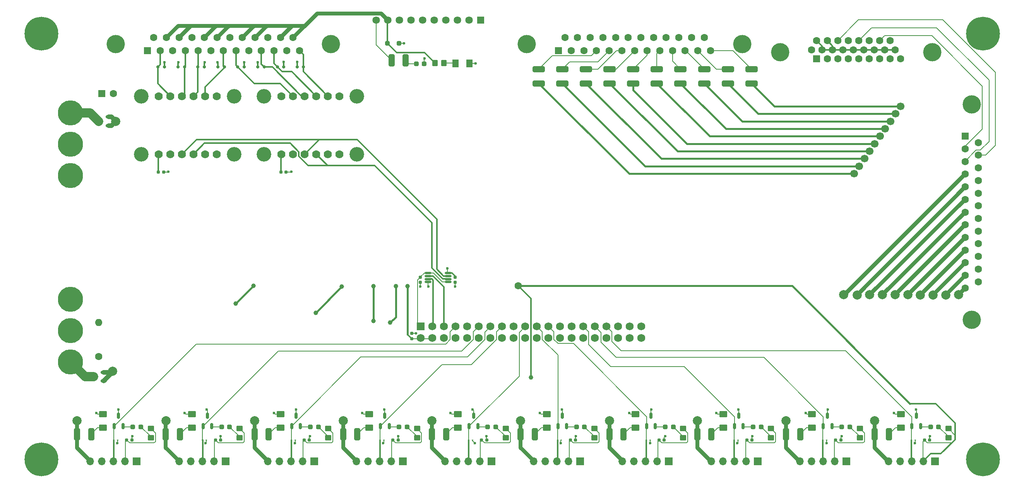
<source format=gbr>
%TF.GenerationSoftware,KiCad,Pcbnew,8.0.7*%
%TF.CreationDate,2025-03-17T18:41:29-07:00*%
%TF.ProjectId,launchController_noTemp,6c61756e-6368-4436-9f6e-74726f6c6c65,rev?*%
%TF.SameCoordinates,Original*%
%TF.FileFunction,Copper,L1,Top*%
%TF.FilePolarity,Positive*%
%FSLAX46Y46*%
G04 Gerber Fmt 4.6, Leading zero omitted, Abs format (unit mm)*
G04 Created by KiCad (PCBNEW 8.0.7) date 2025-03-17 18:41:29*
%MOMM*%
%LPD*%
G01*
G04 APERTURE LIST*
G04 Aperture macros list*
%AMRoundRect*
0 Rectangle with rounded corners*
0 $1 Rounding radius*
0 $2 $3 $4 $5 $6 $7 $8 $9 X,Y pos of 4 corners*
0 Add a 4 corners polygon primitive as box body*
4,1,4,$2,$3,$4,$5,$6,$7,$8,$9,$2,$3,0*
0 Add four circle primitives for the rounded corners*
1,1,$1+$1,$2,$3*
1,1,$1+$1,$4,$5*
1,1,$1+$1,$6,$7*
1,1,$1+$1,$8,$9*
0 Add four rect primitives between the rounded corners*
20,1,$1+$1,$2,$3,$4,$5,0*
20,1,$1+$1,$4,$5,$6,$7,0*
20,1,$1+$1,$6,$7,$8,$9,0*
20,1,$1+$1,$8,$9,$2,$3,0*%
G04 Aperture macros list end*
%TA.AperFunction,SMDPad,CuDef*%
%ADD10RoundRect,0.150000X0.150000X-0.512500X0.150000X0.512500X-0.150000X0.512500X-0.150000X-0.512500X0*%
%TD*%
%TA.AperFunction,SMDPad,CuDef*%
%ADD11RoundRect,0.250000X-0.450000X0.350000X-0.450000X-0.350000X0.450000X-0.350000X0.450000X0.350000X0*%
%TD*%
%TA.AperFunction,SMDPad,CuDef*%
%ADD12RoundRect,0.155000X-0.212500X-0.155000X0.212500X-0.155000X0.212500X0.155000X-0.212500X0.155000X0*%
%TD*%
%TA.AperFunction,SMDPad,CuDef*%
%ADD13RoundRect,0.250001X0.462499X0.624999X-0.462499X0.624999X-0.462499X-0.624999X0.462499X-0.624999X0*%
%TD*%
%TA.AperFunction,ComponentPad*%
%ADD14R,1.700000X1.700000*%
%TD*%
%TA.AperFunction,ComponentPad*%
%ADD15O,1.700000X1.700000*%
%TD*%
%TA.AperFunction,SMDPad,CuDef*%
%ADD16RoundRect,0.250000X-0.350000X-0.450000X0.350000X-0.450000X0.350000X0.450000X-0.350000X0.450000X0*%
%TD*%
%TA.AperFunction,SMDPad,CuDef*%
%ADD17RoundRect,0.250000X-0.400000X-1.075000X0.400000X-1.075000X0.400000X1.075000X-0.400000X1.075000X0*%
%TD*%
%TA.AperFunction,SMDPad,CuDef*%
%ADD18RoundRect,0.062500X-0.117500X-0.062500X0.117500X-0.062500X0.117500X0.062500X-0.117500X0.062500X0*%
%TD*%
%TA.AperFunction,SMDPad,CuDef*%
%ADD19RoundRect,0.237500X-0.287500X-0.237500X0.287500X-0.237500X0.287500X0.237500X-0.287500X0.237500X0*%
%TD*%
%TA.AperFunction,ComponentPad*%
%ADD20C,5.500000*%
%TD*%
%TA.AperFunction,SMDPad,CuDef*%
%ADD21RoundRect,0.150000X0.150000X0.200000X-0.150000X0.200000X-0.150000X-0.200000X0.150000X-0.200000X0*%
%TD*%
%TA.AperFunction,ComponentPad*%
%ADD22C,1.600000*%
%TD*%
%TA.AperFunction,ComponentPad*%
%ADD23O,1.600000X1.600000*%
%TD*%
%TA.AperFunction,SMDPad,CuDef*%
%ADD24RoundRect,0.250000X1.075000X-0.400000X1.075000X0.400000X-1.075000X0.400000X-1.075000X-0.400000X0*%
%TD*%
%TA.AperFunction,SMDPad,CuDef*%
%ADD25RoundRect,0.150000X0.512500X0.150000X-0.512500X0.150000X-0.512500X-0.150000X0.512500X-0.150000X0*%
%TD*%
%TA.AperFunction,SMDPad,CuDef*%
%ADD26RoundRect,0.250001X-0.624999X0.462499X-0.624999X-0.462499X0.624999X-0.462499X0.624999X0.462499X0*%
%TD*%
%TA.AperFunction,SMDPad,CuDef*%
%ADD27RoundRect,0.155000X0.155000X-0.212500X0.155000X0.212500X-0.155000X0.212500X-0.155000X-0.212500X0*%
%TD*%
%TA.AperFunction,SMDPad,CuDef*%
%ADD28RoundRect,0.150000X-0.150000X-0.200000X0.150000X-0.200000X0.150000X0.200000X-0.150000X0.200000X0*%
%TD*%
%TA.AperFunction,ComponentPad*%
%ADD29C,7.400000*%
%TD*%
%TA.AperFunction,SMDPad,CuDef*%
%ADD30RoundRect,0.155000X-0.155000X0.212500X-0.155000X-0.212500X0.155000X-0.212500X0.155000X0.212500X0*%
%TD*%
%TA.AperFunction,ComponentPad*%
%ADD31C,4.000000*%
%TD*%
%TA.AperFunction,ComponentPad*%
%ADD32R,1.600000X1.600000*%
%TD*%
%TA.AperFunction,ComponentPad*%
%ADD33R,1.635000X1.635000*%
%TD*%
%TA.AperFunction,ComponentPad*%
%ADD34C,1.635000*%
%TD*%
%TA.AperFunction,SMDPad,CuDef*%
%ADD35RoundRect,0.250000X-0.250000X-0.250000X0.250000X-0.250000X0.250000X0.250000X-0.250000X0.250000X0*%
%TD*%
%TA.AperFunction,ComponentPad*%
%ADD36C,1.778000*%
%TD*%
%TA.AperFunction,ComponentPad*%
%ADD37C,3.200000*%
%TD*%
%TA.AperFunction,SMDPad,CuDef*%
%ADD38RoundRect,0.112500X-0.612500X-0.112500X0.612500X-0.112500X0.612500X0.112500X-0.612500X0.112500X0*%
%TD*%
%TA.AperFunction,SMDPad,CuDef*%
%ADD39RoundRect,0.237500X0.287500X0.237500X-0.287500X0.237500X-0.287500X-0.237500X0.287500X-0.237500X0*%
%TD*%
%TA.AperFunction,ComponentPad*%
%ADD40R,1.750000X1.750000*%
%TD*%
%TA.AperFunction,ComponentPad*%
%ADD41C,1.750000*%
%TD*%
%TA.AperFunction,ViaPad*%
%ADD42C,0.600000*%
%TD*%
%TA.AperFunction,ViaPad*%
%ADD43C,2.000000*%
%TD*%
%TA.AperFunction,ViaPad*%
%ADD44C,1.000000*%
%TD*%
%TA.AperFunction,ViaPad*%
%ADD45C,1.600000*%
%TD*%
%TA.AperFunction,ViaPad*%
%ADD46C,1.700000*%
%TD*%
%TA.AperFunction,Conductor*%
%ADD47C,0.200000*%
%TD*%
%TA.AperFunction,Conductor*%
%ADD48C,0.300000*%
%TD*%
%TA.AperFunction,Conductor*%
%ADD49C,1.000000*%
%TD*%
%TA.AperFunction,Conductor*%
%ADD50C,0.400000*%
%TD*%
%TA.AperFunction,Conductor*%
%ADD51C,0.850000*%
%TD*%
%TA.AperFunction,Conductor*%
%ADD52C,2.000000*%
%TD*%
G04 APERTURE END LIST*
D10*
%TO.P,Q9,1,G*%
%TO.N,/GPIO 6*%
X274057512Y-174787500D03*
%TO.P,Q9,2,D*%
%TO.N,Net-(D11-K)*%
X275957512Y-174787500D03*
%TO.P,Q9,3,S*%
%TO.N,GND*%
X275007512Y-172512500D03*
%TD*%
D11*
%TO.P,R11,1*%
%TO.N,/+5V*%
X282061964Y-175350000D03*
%TO.P,R11,2*%
%TO.N,Net-(D11-A)*%
X282061964Y-177350000D03*
%TD*%
D12*
%TO.P,C13,1*%
%TO.N,/+5V*%
X155405000Y-119160000D03*
%TO.P,C13,2*%
%TO.N,GND*%
X156540000Y-119160000D03*
%TD*%
D13*
%TO.P,D1,1,K*%
%TO.N,GND*%
X196617500Y-95400000D03*
%TO.P,D1,2,A*%
%TO.N,Net-(D1-A)*%
X193642500Y-95400000D03*
%TD*%
D14*
%TO.P,J2,1,Pin_1*%
%TO.N,/+24V_switched*%
X143281753Y-182500000D03*
D15*
%TO.P,J2,2,Pin_2*%
%TO.N,/+5V*%
X140741753Y-182500000D03*
%TO.P,J2,3,Pin_3*%
%TO.N,/GPIO 17*%
X138201753Y-182500000D03*
%TO.P,J2,4,Pin_4*%
%TO.N,GND*%
X135661753Y-182500000D03*
%TO.P,J2,5,Pin_5*%
%TO.N,/RelayOut2*%
X133121753Y-182500000D03*
%TD*%
D16*
%TO.P,R1,1*%
%TO.N,/+5V*%
X189080000Y-95270000D03*
%TO.P,R1,2*%
%TO.N,Net-(D1-A)*%
X191080000Y-95270000D03*
%TD*%
D10*
%TO.P,Q3,1,G*%
%TO.N,/GPIO 27*%
X157776006Y-174787500D03*
%TO.P,Q3,2,D*%
%TO.N,Net-(D5-K)*%
X159676006Y-174787500D03*
%TO.P,Q3,3,S*%
%TO.N,GND*%
X158726006Y-172512500D03*
%TD*%
D17*
%TO.P,R15,1*%
%TO.N,/RelayOut3*%
X149630458Y-176550000D03*
%TO.P,R15,2*%
%TO.N,Net-(D15-A)*%
X152730458Y-176550000D03*
%TD*%
D18*
%TO.P,D25,1,A1*%
%TO.N,GND*%
X158526006Y-177850000D03*
%TO.P,D25,2,A2*%
%TO.N,/GPIO 27*%
X157686006Y-177850000D03*
%TD*%
D14*
%TO.P,J8,1,Pin_1*%
%TO.N,/+24V_switched*%
X259692271Y-182500000D03*
D15*
%TO.P,J8,2,Pin_2*%
%TO.N,/+5V*%
X257152271Y-182500000D03*
%TO.P,J8,3,Pin_3*%
%TO.N,/GPIO 5*%
X254612271Y-182500000D03*
%TO.P,J8,4,Pin_4*%
%TO.N,GND*%
X252072271Y-182500000D03*
%TO.P,J8,5,Pin_5*%
%TO.N,/RelayOut8*%
X249532271Y-182500000D03*
%TD*%
D19*
%TO.P,D12,1,K*%
%TO.N,Net-(D12-K)*%
X297544509Y-174950000D03*
%TO.P,D12,2,A*%
%TO.N,Net-(D12-A)*%
X299294509Y-174950000D03*
%TD*%
D20*
%TO.P,POWER1,1,Pin_1*%
%TO.N,/+24V*%
X109365000Y-106260000D03*
%TO.P,POWER1,2,Pin_2*%
%TO.N,GND*%
X109365000Y-113110000D03*
%TO.P,POWER1,3,Pin_3*%
X109365000Y-119960000D03*
%TD*%
D21*
%TO.P,D37,1,A1*%
%TO.N,GND*%
X141627858Y-96160000D03*
%TO.P,D37,2,A2*%
%TO.N,/A5*%
X143027858Y-96160000D03*
%TD*%
D22*
%TO.P,C15,1*%
%TO.N,/+24V_switched*%
X115540000Y-159610000D03*
D23*
%TO.P,C15,2*%
%TO.N,GND*%
X115540000Y-152110000D03*
%TD*%
D24*
%TO.P,R29,1*%
%TO.N,/guarded_RelayOut7*%
X227339998Y-99760000D03*
%TO.P,R29,2*%
%TO.N,Net-(J16-Pad7)*%
X227339998Y-96660000D03*
%TD*%
D25*
%TO.P,J15,1,Pin_1*%
%TO.N,GND*%
X117777500Y-109010000D03*
%TO.P,J15,2,Pin_2*%
X117777500Y-107110000D03*
%TO.P,J15,3,Pin_3*%
%TO.N,/+24V*%
X115502500Y-108060000D03*
%TD*%
D19*
%TO.P,D6,1,K*%
%TO.N,Net-(D6-K)*%
X181263003Y-174950000D03*
%TO.P,D6,2,A*%
%TO.N,Net-(D6-A)*%
X183013003Y-174950000D03*
%TD*%
D26*
%TO.P,D14,1,K*%
%TO.N,GND*%
X135914009Y-172162500D03*
%TO.P,D14,2,A*%
%TO.N,Net-(D14-A)*%
X135914009Y-175137500D03*
%TD*%
D18*
%TO.P,D27,1,A1*%
%TO.N,GND*%
X197350000Y-177850000D03*
%TO.P,D27,2,A2*%
%TO.N,/GPIO 10*%
X196510000Y-177850000D03*
%TD*%
D24*
%TO.P,R28,1*%
%TO.N,/guarded_RelayOut6*%
X232506664Y-99760000D03*
%TO.P,R28,2*%
%TO.N,Net-(J16-Pad8)*%
X232506664Y-96660000D03*
%TD*%
D18*
%TO.P,D32,1,A1*%
%TO.N,GND*%
X294219509Y-177850000D03*
%TO.P,D32,2,A2*%
%TO.N,/GPIO 13*%
X293379509Y-177850000D03*
%TD*%
D17*
%TO.P,R18,1*%
%TO.N,/RelayOut6*%
X207866449Y-176550000D03*
%TO.P,R18,2*%
%TO.N,Net-(D18-A)*%
X210966449Y-176550000D03*
%TD*%
D27*
%TO.P,C14,1*%
%TO.N,/+5V*%
X184040000Y-155660000D03*
%TO.P,C14,2*%
%TO.N,GND*%
X184040000Y-154525000D03*
%TD*%
D28*
%TO.P,D34,1,A1*%
%TO.N,GND*%
X156054284Y-96160000D03*
%TO.P,D34,2,A2*%
%TO.N,/A2*%
X154654284Y-96160000D03*
%TD*%
D12*
%TO.P,C9,1*%
%TO.N,/+5V*%
X257360515Y-177850000D03*
%TO.P,C9,2*%
%TO.N,GND*%
X258495515Y-177850000D03*
%TD*%
D17*
%TO.P,R22,1*%
%TO.N,/RelayOut10*%
X285323961Y-176550000D03*
%TO.P,R22,2*%
%TO.N,Net-(D22-A)*%
X288423961Y-176550000D03*
%TD*%
D11*
%TO.P,R3,1*%
%TO.N,/+5V*%
X126956464Y-175350000D03*
%TO.P,R3,2*%
%TO.N,Net-(D3-A)*%
X126956464Y-177350000D03*
%TD*%
D26*
%TO.P,D21,1,K*%
%TO.N,GND*%
X271607512Y-172162500D03*
%TO.P,D21,2,A*%
%TO.N,Net-(D21-A)*%
X271607512Y-175137500D03*
%TD*%
D12*
%TO.P,C8,1*%
%TO.N,/+5V*%
X238138994Y-177850000D03*
%TO.P,C8,2*%
%TO.N,GND*%
X239273994Y-177850000D03*
%TD*%
D14*
%TO.P,J6,1,Pin_1*%
%TO.N,/+24V_switched*%
X220888765Y-182500000D03*
D15*
%TO.P,J6,2,Pin_2*%
%TO.N,/+5V*%
X218348765Y-182500000D03*
%TO.P,J6,3,Pin_3*%
%TO.N,/GPIO 9*%
X215808765Y-182500000D03*
%TO.P,J6,4,Pin_4*%
%TO.N,GND*%
X213268765Y-182500000D03*
%TO.P,J6,5,Pin_5*%
%TO.N,/RelayOut6*%
X210728765Y-182500000D03*
%TD*%
D17*
%TO.P,R17,1*%
%TO.N,/RelayOut5*%
X188454452Y-176550000D03*
%TO.P,R17,2*%
%TO.N,Net-(D17-A)*%
X191554452Y-176550000D03*
%TD*%
D19*
%TO.P,D11,1,K*%
%TO.N,Net-(D11-K)*%
X278132512Y-174950000D03*
%TO.P,D11,2,A*%
%TO.N,Net-(D11-A)*%
X279882512Y-174950000D03*
%TD*%
D28*
%TO.P,D40,1,A1*%
%TO.N,GND*%
X129911432Y-96160000D03*
%TO.P,D40,2,A2*%
%TO.N,/A8*%
X128511432Y-96160000D03*
%TD*%
D29*
%TO.P,H1,1,1*%
%TO.N,GND*%
X308990000Y-88910000D03*
%TD*%
D17*
%TO.P,R19,1*%
%TO.N,/RelayOut7*%
X227278446Y-176550000D03*
%TO.P,R19,2*%
%TO.N,Net-(D19-A)*%
X230378446Y-176550000D03*
%TD*%
D20*
%TO.P,RELAY_ARM1,1,Pin_1*%
%TO.N,/+24V*%
X109365000Y-147060000D03*
%TO.P,RELAY_ARM1,2,Pin_2*%
%TO.N,GND*%
X109365000Y-153910000D03*
%TO.P,RELAY_ARM1,3,Pin_3*%
%TO.N,/+24V_switched*%
X109365000Y-160760000D03*
%TD*%
D30*
%TO.P,C17,1*%
%TO.N,/+3.3V*%
X185928000Y-142180500D03*
%TO.P,C17,2*%
%TO.N,GND*%
X185928000Y-143315500D03*
%TD*%
D10*
%TO.P,Q4,1,G*%
%TO.N,/GPIO 22*%
X177188003Y-174787500D03*
%TO.P,Q4,2,D*%
%TO.N,Net-(D6-K)*%
X179088003Y-174787500D03*
%TO.P,Q4,3,S*%
%TO.N,GND*%
X178138003Y-172512500D03*
%TD*%
%TO.P,Q8,1,G*%
%TO.N,/GPIO 5*%
X254645515Y-174787500D03*
%TO.P,Q8,2,D*%
%TO.N,Net-(D10-K)*%
X256545515Y-174787500D03*
%TO.P,Q8,3,S*%
%TO.N,GND*%
X255595515Y-172512500D03*
%TD*%
D26*
%TO.P,D20,1,K*%
%TO.N,GND*%
X252195515Y-172162500D03*
%TO.P,D20,2,A*%
%TO.N,Net-(D20-A)*%
X252195515Y-175137500D03*
%TD*%
D18*
%TO.P,D29,1,A1*%
%TO.N,GND*%
X236173994Y-177850000D03*
%TO.P,D29,2,A2*%
%TO.N,/GPIO 11*%
X235333994Y-177850000D03*
%TD*%
D10*
%TO.P,Q6,1,G*%
%TO.N,/GPIO 9*%
X216011997Y-174787500D03*
%TO.P,Q6,2,D*%
%TO.N,Net-(D8-K)*%
X217911997Y-174787500D03*
%TO.P,Q6,3,S*%
%TO.N,GND*%
X216961997Y-172512500D03*
%TD*%
D31*
%TO.P,J13,0*%
%TO.N,N/C*%
X297915000Y-92960000D03*
X264615000Y-92960000D03*
D32*
%TO.P,J13,1,Pin_1*%
%TO.N,/guarded_RelayOut9*%
X272640000Y-94380000D03*
D22*
%TO.P,J13,2,Pin_2*%
%TO.N,/guarded_RelayOut8*%
X274930000Y-94380000D03*
%TO.P,J13,3,Pin_3*%
%TO.N,/guarded_RelayOut7*%
X277220000Y-94380000D03*
%TO.P,J13,4,Pin_4*%
%TO.N,/guarded_RelayOut6*%
X279510000Y-94380000D03*
%TO.P,J13,5,Pin_5*%
%TO.N,/guarded_RelayOut5*%
X281800000Y-94380000D03*
%TO.P,J13,6,Pin_6*%
%TO.N,/guarded_RelayOut4*%
X284090000Y-94380000D03*
%TO.P,J13,7,Pin_7*%
%TO.N,/guarded_RelayOut3*%
X286380000Y-94380000D03*
%TO.P,J13,8,Pin_8*%
%TO.N,/guarded_RelayOut2*%
X288670000Y-94380000D03*
%TO.P,J13,9,Pin_9*%
%TO.N,/guarded_RelayOut1*%
X290960000Y-94380000D03*
%TO.P,J13,10,Pin_10*%
%TO.N,/guarded_RelayOut10*%
X271495000Y-92400000D03*
%TO.P,J13,11,Pin_11*%
%TO.N,GND*%
X273785000Y-92400000D03*
%TO.P,J13,12,Pin_12*%
X276075000Y-92400000D03*
%TO.P,J13,13,Pin_13*%
X278365000Y-92400000D03*
%TO.P,J13,14,Pin_14*%
X280655000Y-92400000D03*
%TO.P,J13,15,Pin_15*%
X282945000Y-92400000D03*
%TO.P,J13,16,Pin_16*%
X285235000Y-92400000D03*
%TO.P,J13,17,Pin_17*%
X287525000Y-92400000D03*
%TO.P,J13,18,Pin_18*%
X289815000Y-92400000D03*
%TO.P,J13,19,Pin_19*%
X272640000Y-90420000D03*
%TO.P,J13,20,Pin_20*%
X274930000Y-90420000D03*
%TO.P,J13,21,Pin_21*%
%TO.N,/PressureSwitch_in3*%
X277220000Y-90420000D03*
%TO.P,J13,22,Pin_22*%
%TO.N,/+24V_guarded*%
X279510000Y-90420000D03*
%TO.P,J13,23,Pin_23*%
%TO.N,/PressureSwitch_in2*%
X281800000Y-90420000D03*
%TO.P,J13,24,Pin_24*%
%TO.N,/+24V_guarded*%
X284090000Y-90420000D03*
%TO.P,J13,25,Pin_25*%
%TO.N,/PressureSwitch_in1*%
X286380000Y-90420000D03*
%TO.P,J13,26,Pin_26*%
%TO.N,/+24V_guarded*%
X288670000Y-90420000D03*
%TD*%
D30*
%TO.P,C16,1*%
%TO.N,/+5V*%
X193548000Y-142180500D03*
%TO.P,C16,2*%
%TO.N,GND*%
X193548000Y-143315500D03*
%TD*%
D18*
%TO.P,D23,1,A1*%
%TO.N,GND*%
X119702012Y-177850000D03*
%TO.P,D23,2,A2*%
%TO.N,/GPIO 4*%
X118862012Y-177850000D03*
%TD*%
D14*
%TO.P,J5,1,Pin_1*%
%TO.N,/+24V_switched*%
X201487012Y-182500000D03*
D15*
%TO.P,J5,2,Pin_2*%
%TO.N,/+5V*%
X198947012Y-182500000D03*
%TO.P,J5,3,Pin_3*%
%TO.N,/GPIO 10*%
X196407012Y-182500000D03*
%TO.P,J5,4,Pin_4*%
%TO.N,GND*%
X193867012Y-182500000D03*
%TO.P,J5,5,Pin_5*%
%TO.N,/RelayOut5*%
X191327012Y-182500000D03*
%TD*%
D12*
%TO.P,C10,1*%
%TO.N,/+5V*%
X276772512Y-177850000D03*
%TO.P,C10,2*%
%TO.N,GND*%
X277907512Y-177850000D03*
%TD*%
D10*
%TO.P,Q1,1,G*%
%TO.N,/GPIO 4*%
X118952012Y-174787500D03*
%TO.P,Q1,2,D*%
%TO.N,Net-(D3-K)*%
X120852012Y-174787500D03*
%TO.P,Q1,3,S*%
%TO.N,GND*%
X119902012Y-172512500D03*
%TD*%
D31*
%TO.P,J17,0*%
%TO.N,N/C*%
X166385000Y-91170331D03*
X119285000Y-91170331D03*
D32*
%TO.P,J17,1,1*%
%TO.N,GND*%
X126215000Y-92590331D03*
D22*
%TO.P,J17,2,2*%
%TO.N,/A8*%
X128985000Y-92590331D03*
%TO.P,J17,3,3*%
%TO.N,GND*%
X131755000Y-92590331D03*
%TO.P,J17,4,4*%
%TO.N,/A7*%
X134525000Y-92590331D03*
%TO.P,J17,5,5*%
%TO.N,/A6*%
X137295000Y-92590331D03*
%TO.P,J17,6,6*%
%TO.N,GND*%
X140065000Y-92590331D03*
%TO.P,J17,7,7*%
%TO.N,/A5*%
X142835000Y-92590331D03*
%TO.P,J17,8,8*%
%TO.N,/A4*%
X145605000Y-92590331D03*
%TO.P,J17,9,9*%
%TO.N,GND*%
X148375000Y-92590331D03*
%TO.P,J17,10,10*%
%TO.N,/A3*%
X151145000Y-92590331D03*
%TO.P,J17,11,11*%
%TO.N,/A2*%
X153915000Y-92590331D03*
%TO.P,J17,12,12*%
%TO.N,GND*%
X156685000Y-92590331D03*
%TO.P,J17,13,13*%
%TO.N,/A1*%
X159455000Y-92590331D03*
%TO.P,J17,14,P14*%
%TO.N,GND*%
X127600000Y-89750331D03*
%TO.P,J17,15,P15*%
%TO.N,/+5V*%
X130370000Y-89750331D03*
%TO.P,J17,16,P16*%
X133140000Y-89750331D03*
%TO.P,J17,17,P17*%
%TO.N,GND*%
X135910000Y-89750331D03*
%TO.P,J17,18,P18*%
%TO.N,/+5V*%
X138680000Y-89750331D03*
%TO.P,J17,19,P19*%
X141450000Y-89750331D03*
%TO.P,J17,20,P20*%
%TO.N,GND*%
X144220000Y-89750331D03*
%TO.P,J17,21,P21*%
%TO.N,/+5V*%
X146990000Y-89750331D03*
%TO.P,J17,22,P22*%
X149760000Y-89750331D03*
%TO.P,J17,23,P23*%
%TO.N,GND*%
X152530000Y-89750331D03*
%TO.P,J17,24,P24*%
%TO.N,/+5V*%
X155300000Y-89750331D03*
%TO.P,J17,25,P25*%
X158070000Y-89750331D03*
%TD*%
D28*
%TO.P,D36,1,A1*%
%TO.N,GND*%
X147340000Y-96160000D03*
%TO.P,D36,2,A2*%
%TO.N,/A4*%
X145940000Y-96160000D03*
%TD*%
D17*
%TO.P,R13,1*%
%TO.N,/RelayOut1*%
X110806464Y-176550000D03*
%TO.P,R13,2*%
%TO.N,Net-(D13-A)*%
X113906464Y-176550000D03*
%TD*%
D33*
%TO.P,J12,1,Pin_1*%
%TO.N,GND*%
X199110000Y-85920000D03*
D34*
%TO.P,J12,2,Pin_2*%
X196570000Y-85920000D03*
%TO.P,J12,3,Pin_3*%
X194030000Y-85920000D03*
%TO.P,J12,4,Pin_4*%
X191490000Y-85920000D03*
%TO.P,J12,5,Pin_5*%
X188950000Y-85920000D03*
%TO.P,J12,6,Pin_6*%
X186410000Y-85920000D03*
%TO.P,J12,7,Pin_7*%
X183870000Y-85920000D03*
%TO.P,J12,8,Pin_8*%
X181330000Y-85920000D03*
%TO.P,J12,9,Pin_9*%
%TO.N,/+5V*%
X178790000Y-85920000D03*
%TO.P,J12,10,Pin_10*%
%TO.N,/+24V*%
X176250000Y-85920000D03*
%TD*%
D35*
%TO.P,D41,1,A1*%
%TO.N,/+5V*%
X178730000Y-91030000D03*
%TO.P,D41,2,A2*%
%TO.N,GND*%
X181230000Y-91030000D03*
%TD*%
D11*
%TO.P,R9,1*%
%TO.N,/+5V*%
X243428446Y-175350000D03*
%TO.P,R9,2*%
%TO.N,Net-(D9-A)*%
X243428446Y-177350000D03*
%TD*%
D32*
%TO.P,C1,1*%
%TO.N,/+24V*%
X116257621Y-101960000D03*
D22*
%TO.P,C1,2*%
%TO.N,GND*%
X118757621Y-101960000D03*
%TD*%
D26*
%TO.P,D15,1,K*%
%TO.N,GND*%
X155326006Y-172162500D03*
%TO.P,D15,2,A*%
%TO.N,Net-(D15-A)*%
X155326006Y-175137500D03*
%TD*%
D17*
%TO.P,R2,1*%
%TO.N,/+24V*%
X179610000Y-94690000D03*
%TO.P,R2,2*%
%TO.N,Net-(D2-A)*%
X182710000Y-94690000D03*
%TD*%
D36*
%TO.P,U2,1,Vin*%
%TO.N,/+5V*%
X128693000Y-115247000D03*
%TO.P,U2,2,GND*%
%TO.N,GND*%
X131233000Y-115247000D03*
%TO.P,U2,3,SCL*%
%TO.N,/SCLB*%
X133773000Y-115247000D03*
%TO.P,U2,4,SDA*%
%TO.N,/SDAB*%
X136313000Y-115247000D03*
%TO.P,U2,5,ADDR*%
%TO.N,GND*%
X138853000Y-115247000D03*
%TO.P,U2,6,ALERT/RDY*%
%TO.N,unconnected-(U2-ALERT{slash}RDY-Pad6)*%
X141393000Y-115247000D03*
%TO.P,U2,7,A+*%
%TO.N,unconnected-(U2-A+-Pad7)*%
X128693000Y-102547000D03*
%TO.P,U2,8,AIN3*%
%TO.N,/A8*%
X131233000Y-102547000D03*
%TO.P,U2,9,AIN2*%
%TO.N,/A7*%
X133773000Y-102547000D03*
%TO.P,U2,10,AIN1*%
%TO.N,/A6*%
X136313000Y-102547000D03*
%TO.P,U2,11,AIN0*%
%TO.N,/A5*%
X138853000Y-102547000D03*
%TO.P,U2,12,A-*%
%TO.N,unconnected-(U2-A--Pad12)*%
X141393000Y-102547000D03*
D37*
%TO.P,U2,P$1*%
%TO.N,N/C*%
X124883000Y-102547000D03*
X124883000Y-115247000D03*
X145203000Y-102547000D03*
X145203000Y-115247000D03*
%TD*%
D26*
%TO.P,D19,1,K*%
%TO.N,GND*%
X232973994Y-172162500D03*
%TO.P,D19,2,A*%
%TO.N,Net-(D19-A)*%
X232973994Y-175137500D03*
%TD*%
D24*
%TO.P,R26,1*%
%TO.N,/guarded_RelayOut4*%
X242839996Y-99760000D03*
%TO.P,R26,2*%
%TO.N,Net-(J16-Pad10)*%
X242839996Y-96660000D03*
%TD*%
D11*
%TO.P,R7,1*%
%TO.N,/+5V*%
X204604452Y-175350000D03*
%TO.P,R7,2*%
%TO.N,Net-(D7-A)*%
X204604452Y-177350000D03*
%TD*%
D19*
%TO.P,D3,1,K*%
%TO.N,Net-(D3-K)*%
X123027012Y-174950000D03*
%TO.P,D3,2,A*%
%TO.N,Net-(D3-A)*%
X124777012Y-174950000D03*
%TD*%
D29*
%TO.P,H4,1,1*%
%TO.N,GND*%
X102990000Y-182110000D03*
%TD*%
%TO.P,H3,1,1*%
%TO.N,GND*%
X102990000Y-88910000D03*
%TD*%
D18*
%TO.P,D24,1,A1*%
%TO.N,GND*%
X139114009Y-177850000D03*
%TO.P,D24,2,A2*%
%TO.N,/GPIO 17*%
X138274009Y-177850000D03*
%TD*%
D14*
%TO.P,J9,1,Pin_1*%
%TO.N,/+24V_switched*%
X279094024Y-182500000D03*
D15*
%TO.P,J9,2,Pin_2*%
%TO.N,/+5V*%
X276554024Y-182500000D03*
%TO.P,J9,3,Pin_3*%
%TO.N,/GPIO 6*%
X274014024Y-182500000D03*
%TO.P,J9,4,Pin_4*%
%TO.N,GND*%
X271474024Y-182500000D03*
%TO.P,J9,5,Pin_5*%
%TO.N,/RelayOut9*%
X268934024Y-182500000D03*
%TD*%
D31*
%TO.P,J16,0*%
%TO.N,N/C*%
X256325000Y-91180000D03*
X209225000Y-91180000D03*
D32*
%TO.P,J16,1,1*%
%TO.N,GND*%
X216155000Y-92600000D03*
D22*
%TO.P,J16,2,2*%
X218925000Y-92600000D03*
%TO.P,J16,3,3*%
X221695000Y-92600000D03*
%TO.P,J16,4,4*%
%TO.N,Net-(J16-Pad4)*%
X224465000Y-92600000D03*
%TO.P,J16,5,5*%
%TO.N,Net-(J16-Pad5)*%
X227235000Y-92600000D03*
%TO.P,J16,6,6*%
%TO.N,Net-(J16-Pad6)*%
X230005000Y-92600000D03*
%TO.P,J16,7,7*%
%TO.N,Net-(J16-Pad7)*%
X232775000Y-92600000D03*
%TO.P,J16,8,8*%
%TO.N,Net-(J16-Pad8)*%
X235545000Y-92600000D03*
%TO.P,J16,9,9*%
%TO.N,Net-(J16-Pad9)*%
X238315000Y-92600000D03*
%TO.P,J16,10,10*%
%TO.N,Net-(J16-Pad10)*%
X241085000Y-92600000D03*
%TO.P,J16,11,11*%
%TO.N,Net-(J16-Pad11)*%
X243855000Y-92600000D03*
%TO.P,J16,12,12*%
%TO.N,Net-(J16-Pad12)*%
X246625000Y-92600000D03*
%TO.P,J16,13,13*%
%TO.N,Net-(J16-Pad13)*%
X249395000Y-92600000D03*
%TO.P,J16,14,P14*%
%TO.N,GND*%
X217540000Y-89760000D03*
%TO.P,J16,15,P15*%
X220310000Y-89760000D03*
%TO.P,J16,16,P16*%
X223080000Y-89760000D03*
%TO.P,J16,17,P17*%
X225850000Y-89760000D03*
%TO.P,J16,18,P18*%
X228620000Y-89760000D03*
%TO.P,J16,19,P19*%
X231390000Y-89760000D03*
%TO.P,J16,20,P20*%
X234160000Y-89760000D03*
%TO.P,J16,21,P21*%
X236930000Y-89760000D03*
%TO.P,J16,22,P22*%
X239700000Y-89760000D03*
%TO.P,J16,23,P23*%
X242470000Y-89760000D03*
%TO.P,J16,24,P24*%
X245240000Y-89760000D03*
%TO.P,J16,25,P25*%
X248010000Y-89760000D03*
%TD*%
D21*
%TO.P,D33,1,A1*%
%TO.N,GND*%
X158940000Y-96160000D03*
%TO.P,D33,2,A2*%
%TO.N,/A1*%
X160340000Y-96160000D03*
%TD*%
D12*
%TO.P,C6,1*%
%TO.N,/+5V*%
X199315000Y-177850000D03*
%TO.P,C6,2*%
%TO.N,GND*%
X200450000Y-177850000D03*
%TD*%
D19*
%TO.P,D7,1,K*%
%TO.N,Net-(D7-K)*%
X200675000Y-174950000D03*
%TO.P,D7,2,A*%
%TO.N,Net-(D7-A)*%
X202425000Y-174950000D03*
%TD*%
D17*
%TO.P,R20,1*%
%TO.N,/RelayOut8*%
X246499967Y-176550000D03*
%TO.P,R20,2*%
%TO.N,Net-(D20-A)*%
X249599967Y-176550000D03*
%TD*%
D36*
%TO.P,U1,1,Vin*%
%TO.N,/+5V*%
X155540000Y-115260000D03*
%TO.P,U1,2,GND*%
%TO.N,GND*%
X158080000Y-115260000D03*
%TO.P,U1,3,SCL*%
%TO.N,/SCLB*%
X160620000Y-115260000D03*
%TO.P,U1,4,SDA*%
%TO.N,/SDAB*%
X163160000Y-115260000D03*
%TO.P,U1,5,ADDR*%
%TO.N,/+5V*%
X165700000Y-115260000D03*
%TO.P,U1,6,ALERT/RDY*%
%TO.N,unconnected-(U1-ALERT{slash}RDY-Pad6)*%
X168240000Y-115260000D03*
%TO.P,U1,7,A+*%
%TO.N,unconnected-(U1-A+-Pad7)*%
X155540000Y-102560000D03*
%TO.P,U1,8,AIN3*%
%TO.N,/A4*%
X158080000Y-102560000D03*
%TO.P,U1,9,AIN2*%
%TO.N,/A3*%
X160620000Y-102560000D03*
%TO.P,U1,10,AIN1*%
%TO.N,/A2*%
X163160000Y-102560000D03*
%TO.P,U1,11,AIN0*%
%TO.N,/A1*%
X165700000Y-102560000D03*
%TO.P,U1,12,A-*%
%TO.N,unconnected-(U1-A--Pad12)*%
X168240000Y-102560000D03*
D37*
%TO.P,U1,P$1*%
%TO.N,N/C*%
X151730000Y-102560000D03*
X151730000Y-115260000D03*
X172050000Y-102560000D03*
X172050000Y-115260000D03*
%TD*%
D17*
%TO.P,R14,1*%
%TO.N,/RelayOut2*%
X130218461Y-176550000D03*
%TO.P,R14,2*%
%TO.N,Net-(D14-A)*%
X133318461Y-176550000D03*
%TD*%
D19*
%TO.P,D9,1,K*%
%TO.N,Net-(D9-K)*%
X239498994Y-174950000D03*
%TO.P,D9,2,A*%
%TO.N,Net-(D9-A)*%
X241248994Y-174950000D03*
%TD*%
D14*
%TO.P,J1,1,Pin_1*%
%TO.N,/+24V_switched*%
X123880000Y-182500000D03*
D15*
%TO.P,J1,2,Pin_2*%
%TO.N,/+5V*%
X121340000Y-182500000D03*
%TO.P,J1,3,Pin_3*%
%TO.N,/GPIO 4*%
X118800000Y-182500000D03*
%TO.P,J1,4,Pin_4*%
%TO.N,GND*%
X116260000Y-182500000D03*
%TO.P,J1,5,Pin_5*%
%TO.N,/RelayOut1*%
X113720000Y-182500000D03*
%TD*%
D14*
%TO.P,J10,1,Pin_1*%
%TO.N,/+24V_switched*%
X298495777Y-182500000D03*
D15*
%TO.P,J10,2,Pin_2*%
%TO.N,/+5V*%
X295955777Y-182500000D03*
%TO.P,J10,3,Pin_3*%
%TO.N,/GPIO 13*%
X293415777Y-182500000D03*
%TO.P,J10,4,Pin_4*%
%TO.N,GND*%
X290875777Y-182500000D03*
%TO.P,J10,5,Pin_5*%
%TO.N,/RelayOut10*%
X288335777Y-182500000D03*
%TD*%
D19*
%TO.P,D10,1,K*%
%TO.N,Net-(D10-K)*%
X258720515Y-174950000D03*
%TO.P,D10,2,A*%
%TO.N,Net-(D10-A)*%
X260470515Y-174950000D03*
%TD*%
D10*
%TO.P,Q7,1,G*%
%TO.N,/GPIO 11*%
X235423994Y-174787500D03*
%TO.P,Q7,2,D*%
%TO.N,Net-(D9-K)*%
X237323994Y-174787500D03*
%TO.P,Q7,3,S*%
%TO.N,GND*%
X236373994Y-172512500D03*
%TD*%
D19*
%TO.P,D4,1,K*%
%TO.N,Net-(D4-K)*%
X142439009Y-174950000D03*
%TO.P,D4,2,A*%
%TO.N,Net-(D4-A)*%
X144189009Y-174950000D03*
%TD*%
D24*
%TO.P,R23,1*%
%TO.N,/guarded_RelayOut1*%
X258340000Y-99760000D03*
%TO.P,R23,2*%
%TO.N,Net-(J16-Pad13)*%
X258340000Y-96660000D03*
%TD*%
%TO.P,R30,1*%
%TO.N,/guarded_RelayOut8*%
X222173332Y-99760000D03*
%TO.P,R30,2*%
%TO.N,Net-(J16-Pad6)*%
X222173332Y-96660000D03*
%TD*%
%TO.P,R31,1*%
%TO.N,/guarded_RelayOut9*%
X217006666Y-99760000D03*
%TO.P,R31,2*%
%TO.N,Net-(J16-Pad5)*%
X217006666Y-96660000D03*
%TD*%
D12*
%TO.P,C2,1*%
%TO.N,/+5V*%
X121667012Y-177850000D03*
%TO.P,C2,2*%
%TO.N,GND*%
X122802012Y-177850000D03*
%TD*%
D18*
%TO.P,D28,1,A1*%
%TO.N,GND*%
X216761997Y-177850000D03*
%TO.P,D28,2,A2*%
%TO.N,/GPIO 9*%
X215921997Y-177850000D03*
%TD*%
D38*
%TO.P,U3,1,VCCA*%
%TO.N,/+3.3V*%
X187624000Y-141306000D03*
%TO.P,U3,2,SCLA*%
%TO.N,/SCLA*%
X187624000Y-141956000D03*
%TO.P,U3,3,SDAA*%
%TO.N,/SDAA*%
X187624000Y-142606000D03*
%TO.P,U3,4,GND*%
%TO.N,GND*%
X187624000Y-143256000D03*
%TO.P,U3,5,EN*%
%TO.N,/+3.3V*%
X192024000Y-143256000D03*
%TO.P,U3,6,SDAB*%
%TO.N,/SDAB*%
X192024000Y-142606000D03*
%TO.P,U3,7,SCLB*%
%TO.N,/SCLB*%
X192024000Y-141956000D03*
%TO.P,U3,8,VCCB*%
%TO.N,/+5V*%
X192024000Y-141306000D03*
%TD*%
D12*
%TO.P,C3,1*%
%TO.N,/+5V*%
X141079009Y-177850000D03*
%TO.P,C3,2*%
%TO.N,GND*%
X142214009Y-177850000D03*
%TD*%
D26*
%TO.P,D13,1,K*%
%TO.N,GND*%
X116502012Y-172162500D03*
%TO.P,D13,2,A*%
%TO.N,Net-(D13-A)*%
X116502012Y-175137500D03*
%TD*%
%TO.P,D18,1,K*%
%TO.N,GND*%
X213561997Y-172162500D03*
%TO.P,D18,2,A*%
%TO.N,Net-(D18-A)*%
X213561997Y-175137500D03*
%TD*%
%TO.P,D22,1,K*%
%TO.N,GND*%
X291019509Y-172162500D03*
%TO.P,D22,2,A*%
%TO.N,Net-(D22-A)*%
X291019509Y-175137500D03*
%TD*%
%TO.P,D17,1,K*%
%TO.N,GND*%
X194150000Y-172162500D03*
%TO.P,D17,2,A*%
%TO.N,Net-(D17-A)*%
X194150000Y-175137500D03*
%TD*%
D12*
%TO.P,C4,1*%
%TO.N,/+5V*%
X160491006Y-177850000D03*
%TO.P,C4,2*%
%TO.N,GND*%
X161626006Y-177850000D03*
%TD*%
D29*
%TO.P,H2,1,1*%
%TO.N,GND*%
X308990000Y-182110000D03*
%TD*%
D17*
%TO.P,R21,1*%
%TO.N,/RelayOut9*%
X265911964Y-176550000D03*
%TO.P,R21,2*%
%TO.N,Net-(D21-A)*%
X269011964Y-176550000D03*
%TD*%
D31*
%TO.P,J14,0*%
%TO.N,N/C*%
X306529669Y-151505000D03*
X306529669Y-104405000D03*
D32*
%TO.P,J14,1,1*%
%TO.N,GND*%
X305109669Y-111335000D03*
D22*
%TO.P,J14,2,2*%
%TO.N,/PressureSwitch_in1*%
X305109669Y-114105000D03*
%TO.P,J14,3,3*%
%TO.N,/PressureSwitch_in2*%
X305109669Y-116875000D03*
%TO.P,J14,4,4*%
%TO.N,/RelayOut1*%
X305109669Y-119645000D03*
%TO.P,J14,5,5*%
%TO.N,/RelayOut2*%
X305109669Y-122415000D03*
%TO.P,J14,6,6*%
%TO.N,/RelayOut3*%
X305109669Y-125185000D03*
%TO.P,J14,7,7*%
%TO.N,/RelayOut4*%
X305109669Y-127955000D03*
%TO.P,J14,8,8*%
%TO.N,/RelayOut5*%
X305109669Y-130725000D03*
%TO.P,J14,9,9*%
%TO.N,/RelayOut6*%
X305109669Y-133495000D03*
%TO.P,J14,10,10*%
%TO.N,/RelayOut7*%
X305109669Y-136265000D03*
%TO.P,J14,11,11*%
%TO.N,/RelayOut8*%
X305109669Y-139035000D03*
%TO.P,J14,12,12*%
%TO.N,/RelayOut9*%
X305109669Y-141805000D03*
%TO.P,J14,13,13*%
%TO.N,/RelayOut10*%
X305109669Y-144575000D03*
%TO.P,J14,14,P14*%
%TO.N,/+24V_guarded*%
X307949669Y-112720000D03*
%TO.P,J14,15,P15*%
%TO.N,/PressureSwitch_in3*%
X307949669Y-115490000D03*
%TO.P,J14,16,P16*%
%TO.N,/guarded_RelayOut1*%
X307949669Y-118260000D03*
%TO.P,J14,17,P17*%
%TO.N,/guarded_RelayOut2*%
X307949669Y-121030000D03*
%TO.P,J14,18,P18*%
%TO.N,/guarded_RelayOut3*%
X307949669Y-123800000D03*
%TO.P,J14,19,P19*%
%TO.N,/guarded_RelayOut4*%
X307949669Y-126570000D03*
%TO.P,J14,20,P20*%
%TO.N,/guarded_RelayOut5*%
X307949669Y-129340000D03*
%TO.P,J14,21,P21*%
%TO.N,/guarded_RelayOut6*%
X307949669Y-132110000D03*
%TO.P,J14,22,P22*%
%TO.N,/guarded_RelayOut7*%
X307949669Y-134880000D03*
%TO.P,J14,23,P23*%
%TO.N,/guarded_RelayOut8*%
X307949669Y-137650000D03*
%TO.P,J14,24,P24*%
%TO.N,/guarded_RelayOut9*%
X307949669Y-140420000D03*
%TO.P,J14,25,P25*%
%TO.N,/guarded_RelayOut10*%
X307949669Y-143190000D03*
%TD*%
D28*
%TO.P,D38,1,A1*%
%TO.N,GND*%
X138625716Y-96160000D03*
%TO.P,D38,2,A2*%
%TO.N,/A6*%
X137225716Y-96160000D03*
%TD*%
D21*
%TO.P,D39,1,A1*%
%TO.N,GND*%
X132913574Y-96160000D03*
%TO.P,D39,2,A2*%
%TO.N,/A7*%
X134313574Y-96160000D03*
%TD*%
D24*
%TO.P,R32,1*%
%TO.N,/guarded_RelayOut10*%
X211840000Y-99760000D03*
%TO.P,R32,2*%
%TO.N,Net-(J16-Pad4)*%
X211840000Y-96660000D03*
%TD*%
D11*
%TO.P,R8,1*%
%TO.N,/+5V*%
X224016449Y-175350000D03*
%TO.P,R8,2*%
%TO.N,Net-(D8-A)*%
X224016449Y-177350000D03*
%TD*%
D18*
%TO.P,D31,1,A1*%
%TO.N,GND*%
X274807512Y-177850000D03*
%TO.P,D31,2,A2*%
%TO.N,/GPIO 6*%
X273967512Y-177850000D03*
%TD*%
D11*
%TO.P,R4,1*%
%TO.N,/+5V*%
X146368461Y-175350000D03*
%TO.P,R4,2*%
%TO.N,Net-(D4-A)*%
X146368461Y-177350000D03*
%TD*%
D12*
%TO.P,C7,1*%
%TO.N,/+5V*%
X218726997Y-177850000D03*
%TO.P,C7,2*%
%TO.N,GND*%
X219861997Y-177850000D03*
%TD*%
D19*
%TO.P,D5,1,K*%
%TO.N,Net-(D5-K)*%
X161851006Y-174950000D03*
%TO.P,D5,2,A*%
%TO.N,Net-(D5-A)*%
X163601006Y-174950000D03*
%TD*%
D11*
%TO.P,R10,1*%
%TO.N,/+5V*%
X262649967Y-175350000D03*
%TO.P,R10,2*%
%TO.N,Net-(D10-A)*%
X262649967Y-177350000D03*
%TD*%
D26*
%TO.P,D16,1,K*%
%TO.N,GND*%
X174738003Y-172162500D03*
%TO.P,D16,2,A*%
%TO.N,Net-(D16-A)*%
X174738003Y-175137500D03*
%TD*%
D18*
%TO.P,D30,1,A1*%
%TO.N,GND*%
X255395515Y-177850000D03*
%TO.P,D30,2,A2*%
%TO.N,/GPIO 5*%
X254555515Y-177850000D03*
%TD*%
D12*
%TO.P,C12,1*%
%TO.N,/+5V*%
X128605000Y-119160000D03*
%TO.P,C12,2*%
%TO.N,GND*%
X129740000Y-119160000D03*
%TD*%
D18*
%TO.P,D26,1,A1*%
%TO.N,GND*%
X177938003Y-177850000D03*
%TO.P,D26,2,A2*%
%TO.N,/GPIO 22*%
X177098003Y-177850000D03*
%TD*%
D14*
%TO.P,J4,1,Pin_1*%
%TO.N,/+24V_switched*%
X182085259Y-182500000D03*
D15*
%TO.P,J4,2,Pin_2*%
%TO.N,/+5V*%
X179545259Y-182500000D03*
%TO.P,J4,3,Pin_3*%
%TO.N,/GPIO 22*%
X177005259Y-182500000D03*
%TO.P,J4,4,Pin_4*%
%TO.N,GND*%
X174465259Y-182500000D03*
%TO.P,J4,5,Pin_5*%
%TO.N,/RelayOut4*%
X171925259Y-182500000D03*
%TD*%
D12*
%TO.P,C11,1*%
%TO.N,/+5V*%
X296184509Y-177850000D03*
%TO.P,C11,2*%
%TO.N,GND*%
X297319509Y-177850000D03*
%TD*%
D39*
%TO.P,D2,1,K*%
%TO.N,GND*%
X186780000Y-95450000D03*
%TO.P,D2,2,A*%
%TO.N,Net-(D2-A)*%
X185030000Y-95450000D03*
%TD*%
D21*
%TO.P,D35,1,A1*%
%TO.N,GND*%
X150342142Y-96160000D03*
%TO.P,D35,2,A2*%
%TO.N,/A3*%
X151742142Y-96160000D03*
%TD*%
D12*
%TO.P,C5,1*%
%TO.N,/+5V*%
X179903003Y-177850000D03*
%TO.P,C5,2*%
%TO.N,GND*%
X181038003Y-177850000D03*
%TD*%
D14*
%TO.P,J7,1,Pin_1*%
%TO.N,/+24V_switched*%
X240290518Y-182500000D03*
D15*
%TO.P,J7,2,Pin_2*%
%TO.N,/+5V*%
X237750518Y-182500000D03*
%TO.P,J7,3,Pin_3*%
%TO.N,/GPIO 11*%
X235210518Y-182500000D03*
%TO.P,J7,4,Pin_4*%
%TO.N,GND*%
X232670518Y-182500000D03*
%TO.P,J7,5,Pin_5*%
%TO.N,/RelayOut7*%
X230130518Y-182500000D03*
%TD*%
D11*
%TO.P,R6,1*%
%TO.N,/+5V*%
X185192455Y-175350000D03*
%TO.P,R6,2*%
%TO.N,Net-(D6-A)*%
X185192455Y-177350000D03*
%TD*%
D10*
%TO.P,Q5,1,G*%
%TO.N,/GPIO 10*%
X196600000Y-174787500D03*
%TO.P,Q5,2,D*%
%TO.N,Net-(D7-K)*%
X198500000Y-174787500D03*
%TO.P,Q5,3,S*%
%TO.N,GND*%
X197550000Y-172512500D03*
%TD*%
%TO.P,Q2,1,G*%
%TO.N,/GPIO 17*%
X138364009Y-174787500D03*
%TO.P,Q2,2,D*%
%TO.N,Net-(D4-K)*%
X140264009Y-174787500D03*
%TO.P,Q2,3,S*%
%TO.N,GND*%
X139314009Y-172512500D03*
%TD*%
D40*
%TO.P,J11,1,3V3*%
%TO.N,/+3.3V*%
X186010000Y-152990000D03*
D41*
%TO.P,J11,2,5V*%
%TO.N,/+5V*%
X186010000Y-155530000D03*
%TO.P,J11,3,SDA_I2C1/GPIO02*%
%TO.N,/SDAA*%
X188550000Y-152990000D03*
%TO.P,J11,4,5V*%
%TO.N,/+5V*%
X188550000Y-155530000D03*
%TO.P,J11,5,SCL_I2C1/GPIO03*%
%TO.N,/SCLA*%
X191090000Y-152990000D03*
%TO.P,J11,6,GND*%
%TO.N,GND*%
X191090000Y-155530000D03*
%TO.P,J11,7,GPCLK0/GPIO04*%
%TO.N,/GPIO 4*%
X193630000Y-152990000D03*
%TO.P,J11,8,GPIO14/UART_TXD*%
%TO.N,unconnected-(J11-GPIO14{slash}UART_TXD-Pad8)*%
X193630000Y-155530000D03*
%TO.P,J11,9,GND*%
%TO.N,GND*%
X196170000Y-152990000D03*
%TO.P,J11,10,GPIO15/UART_RXD*%
%TO.N,unconnected-(J11-GPIO15{slash}UART_RXD-Pad10)*%
X196170000Y-155530000D03*
%TO.P,J11,11,GPIO17/SPI1_~{CE1}*%
%TO.N,/GPIO 17*%
X198710000Y-152990000D03*
%TO.P,J11,12,GPIO18/SPI1_~{CE0}/PCM_CLK/PWM0*%
%TO.N,unconnected-(J11-GPIO18{slash}SPI1_~{CE0}{slash}PCM_CLK{slash}PWM0-Pad12)*%
X198710000Y-155530000D03*
%TO.P,J11,13,GPIO27/SDIO_DAT3*%
%TO.N,/GPIO 27*%
X201250000Y-152990000D03*
%TO.P,J11,14,GND*%
%TO.N,GND*%
X201250000Y-155530000D03*
%TO.P,J11,15,GPIO22/SDIO_CLK*%
%TO.N,/GPIO 22*%
X203790000Y-152990000D03*
%TO.P,J11,16,GPIO23/SDIO_CMD*%
%TO.N,unconnected-(J11-GPIO23{slash}SDIO_CMD-Pad16)*%
X203790000Y-155530000D03*
%TO.P,J11,17,3V3*%
%TO.N,/+3.3V*%
X206330000Y-152990000D03*
%TO.P,J11,18,GPIO24/SDIO_DAT0*%
%TO.N,unconnected-(J11-GPIO24{slash}SDIO_DAT0-Pad18)*%
X206330000Y-155530000D03*
%TO.P,J11,19,MOSI_SPI0/GPIO10*%
%TO.N,/GPIO 10*%
X208870000Y-152990000D03*
%TO.P,J11,20,GND*%
%TO.N,GND*%
X208870000Y-155530000D03*
%TO.P,J11,21,MISO_SPI0/GPIO09*%
%TO.N,/GPIO 9*%
X211410000Y-152990000D03*
%TO.P,J11,22,GPIO25/SDIO_DAT1*%
%TO.N,unconnected-(J11-GPIO25{slash}SDIO_DAT1-Pad22)*%
X211410000Y-155530000D03*
%TO.P,J11,23,SCLK_SPI0/GPIO11*%
%TO.N,/GPIO 11*%
X213950000Y-152990000D03*
%TO.P,J11,24,~{CE0}_SPI0/GPIO08*%
%TO.N,unconnected-(J11-~{CE0}_SPI0{slash}GPIO08-Pad24)*%
X213950000Y-155530000D03*
%TO.P,J11,25,GND*%
%TO.N,GND*%
X216490000Y-152990000D03*
%TO.P,J11,26,~{CE1}_SPI0/GPIO07*%
%TO.N,unconnected-(J11-~{CE1}_SPI0{slash}GPIO07-Pad26)*%
X216490000Y-155530000D03*
%TO.P,J11,27,ID_SD_I2C0/GPIO00*%
%TO.N,unconnected-(J11-ID_SD_I2C0{slash}GPIO00-Pad27)*%
X219030000Y-152990000D03*
%TO.P,J11,28,ID_SC_I2C0/GPIO01*%
%TO.N,unconnected-(J11-ID_SC_I2C0{slash}GPIO01-Pad28)*%
X219030000Y-155530000D03*
%TO.P,J11,29,GPCLK1/GPIO05*%
%TO.N,/GPIO 5*%
X221570000Y-152990000D03*
%TO.P,J11,30,GND*%
%TO.N,GND*%
X221570000Y-155530000D03*
%TO.P,J11,31,GPCLK2/GPIO06*%
%TO.N,/GPIO 6*%
X224110000Y-152990000D03*
%TO.P,J11,32,GPIO12/PWM0*%
%TO.N,unconnected-(J11-GPIO12{slash}PWM0-Pad32)*%
X224110000Y-155530000D03*
%TO.P,J11,33,GPIO13/PWM1*%
%TO.N,/GPIO 13*%
X226650000Y-152990000D03*
%TO.P,J11,34,GND*%
%TO.N,GND*%
X226650000Y-155530000D03*
%TO.P,J11,35,GPIO19/SPI1_MISO/PCM_FS*%
%TO.N,unconnected-(J11-GPIO19{slash}SPI1_MISO{slash}PCM_FS-Pad35)*%
X229190000Y-152990000D03*
%TO.P,J11,36,GPIO16/SPI1_~{CE2}*%
%TO.N,unconnected-(J11-GPIO16{slash}SPI1_~{CE2}-Pad36)*%
X229190000Y-155530000D03*
%TO.P,J11,37,GPIO26/SDIO_DAT2*%
%TO.N,unconnected-(J11-GPIO26{slash}SDIO_DAT2-Pad37)*%
X231730000Y-152990000D03*
%TO.P,J11,38,GPIO20/SPI1_MOSI/PCM_DIN/PWM1*%
%TO.N,unconnected-(J11-GPIO20{slash}SPI1_MOSI{slash}PCM_DIN{slash}PWM1-Pad38)*%
X231730000Y-155530000D03*
%TO.P,J11,39,GND*%
%TO.N,GND*%
X234270000Y-152990000D03*
%TO.P,J11,40,GPIO21/SPI1_SCLK/PCM_DOUT*%
%TO.N,unconnected-(J11-GPIO21{slash}SPI1_SCLK{slash}PCM_DOUT-Pad40)*%
X234270000Y-155530000D03*
%TD*%
D19*
%TO.P,D8,1,K*%
%TO.N,Net-(D8-K)*%
X220086997Y-174950000D03*
%TO.P,D8,2,A*%
%TO.N,Net-(D8-A)*%
X221836997Y-174950000D03*
%TD*%
D11*
%TO.P,R12,1*%
%TO.N,/+5V*%
X301473961Y-175350000D03*
%TO.P,R12,2*%
%TO.N,Net-(D12-A)*%
X301473961Y-177350000D03*
%TD*%
D24*
%TO.P,R25,1*%
%TO.N,/guarded_RelayOut3*%
X248006662Y-99760000D03*
%TO.P,R25,2*%
%TO.N,Net-(J16-Pad11)*%
X248006662Y-96660000D03*
%TD*%
D14*
%TO.P,J3,1,Pin_1*%
%TO.N,/+24V_switched*%
X162683506Y-182500000D03*
D15*
%TO.P,J3,2,Pin_2*%
%TO.N,/+5V*%
X160143506Y-182500000D03*
%TO.P,J3,3,Pin_3*%
%TO.N,/GPIO 27*%
X157603506Y-182500000D03*
%TO.P,J3,4,Pin_4*%
%TO.N,GND*%
X155063506Y-182500000D03*
%TO.P,J3,5,Pin_5*%
%TO.N,/RelayOut3*%
X152523506Y-182500000D03*
%TD*%
D24*
%TO.P,R24,1*%
%TO.N,/guarded_RelayOut2*%
X253173328Y-99760000D03*
%TO.P,R24,2*%
%TO.N,Net-(J16-Pad12)*%
X253173328Y-96660000D03*
%TD*%
D11*
%TO.P,R5,1*%
%TO.N,/+5V*%
X165780458Y-175350000D03*
%TO.P,R5,2*%
%TO.N,Net-(D5-A)*%
X165780458Y-177350000D03*
%TD*%
D24*
%TO.P,R27,1*%
%TO.N,/guarded_RelayOut5*%
X237673330Y-99760000D03*
%TO.P,R27,2*%
%TO.N,Net-(J16-Pad9)*%
X237673330Y-96660000D03*
%TD*%
D17*
%TO.P,R16,1*%
%TO.N,/RelayOut4*%
X169042455Y-176550000D03*
%TO.P,R16,2*%
%TO.N,Net-(D16-A)*%
X172142455Y-176550000D03*
%TD*%
D25*
%TO.P,J18,1,Pin_1*%
%TO.N,GND*%
X116677500Y-164910000D03*
%TO.P,J18,2,Pin_2*%
X116677500Y-163010000D03*
%TO.P,J18,3,Pin_3*%
%TO.N,/+24V_switched*%
X114402500Y-163960000D03*
%TD*%
D10*
%TO.P,Q10,1,G*%
%TO.N,/GPIO 13*%
X293469509Y-174787500D03*
%TO.P,Q10,2,D*%
%TO.N,Net-(D12-K)*%
X295369509Y-174787500D03*
%TO.P,Q10,3,S*%
%TO.N,GND*%
X294419509Y-172512500D03*
%TD*%
D42*
%TO.N,GND*%
X197981322Y-95426111D03*
X186843857Y-94281138D03*
X182368053Y-91019700D03*
X158948613Y-95068237D03*
X156051171Y-95045302D03*
X150365675Y-95122088D03*
X147396117Y-95098706D03*
X141565781Y-95143521D03*
X138750350Y-95154693D03*
X132973550Y-95112303D03*
X129916685Y-95112303D03*
D43*
X118618000Y-162814000D03*
X119272206Y-108057793D03*
D42*
X157734000Y-119126000D03*
X130810000Y-119126000D03*
X193548000Y-144272000D03*
X187706000Y-144272000D03*
X185928000Y-144272000D03*
X294386000Y-171196000D03*
X289560000Y-171958000D03*
X294132000Y-178562000D03*
X297434000Y-177038000D03*
X275082000Y-171196000D03*
X270256000Y-171958000D03*
X274828000Y-178562000D03*
X278130000Y-177038000D03*
X255524000Y-171196000D03*
X250698000Y-171958000D03*
X255270000Y-178562000D03*
X258572000Y-177038000D03*
X236474000Y-171196000D03*
X231648000Y-171958000D03*
X236220000Y-178562000D03*
X239522000Y-177038000D03*
X216916000Y-171196000D03*
X212090000Y-171958000D03*
X216662000Y-178562000D03*
X219964000Y-177038000D03*
X197358000Y-171196000D03*
X192532000Y-171958000D03*
X197866000Y-178562000D03*
X200406000Y-177038000D03*
X178054000Y-171196000D03*
X173228000Y-171958000D03*
X177800000Y-178562000D03*
X181102000Y-177038000D03*
X158750000Y-171196000D03*
X153924000Y-171958000D03*
X158496000Y-178562000D03*
X161798000Y-177038000D03*
X139192000Y-171196000D03*
X138938000Y-178562000D03*
X134366000Y-171958000D03*
X142240000Y-177038000D03*
X122936000Y-177038000D03*
X119634000Y-178562000D03*
X119888000Y-171196000D03*
X115062000Y-171958000D03*
X184940000Y-154460000D03*
D44*
%TO.N,/+5V*%
X180540000Y-144160000D03*
X179324000Y-152146000D03*
X149440000Y-144060000D03*
X183140000Y-144160000D03*
X145540000Y-147960000D03*
X175640000Y-144160000D03*
D42*
X191850500Y-140288500D03*
D44*
X175640000Y-151760000D03*
X210140000Y-164170000D03*
X163040000Y-149960000D03*
D45*
X207340000Y-144060000D03*
D44*
X168740000Y-144260000D03*
D43*
%TO.N,/RelayOut1*%
X278540000Y-146060000D03*
X110806464Y-173660000D03*
%TO.N,/RelayOut2*%
X130290000Y-173660000D03*
X281452335Y-146072335D03*
%TO.N,/RelayOut3*%
X284237335Y-146057334D03*
X149630458Y-173660000D03*
%TO.N,/RelayOut4*%
X287022335Y-146042334D03*
X169042455Y-173660000D03*
%TO.N,/RelayOut5*%
X188454452Y-173660000D03*
X289807335Y-146027335D03*
%TO.N,/RelayOut6*%
X292542335Y-146062335D03*
X207866449Y-173660000D03*
%TO.N,/RelayOut7*%
X227278446Y-173660000D03*
X295268222Y-146097335D03*
%TO.N,/RelayOut8*%
X246499967Y-173660000D03*
X298056259Y-146082335D03*
%TO.N,/RelayOut9*%
X300844296Y-146067335D03*
X265911964Y-173660000D03*
%TO.N,/RelayOut10*%
X303632334Y-146052334D03*
X285323961Y-173660000D03*
D46*
%TO.N,/guarded_RelayOut8*%
X283064707Y-116235293D03*
%TO.N,/guarded_RelayOut9*%
X281929707Y-117870293D03*
%TO.N,/guarded_RelayOut4*%
X287604707Y-109695293D03*
%TO.N,/guarded_RelayOut1*%
X291009707Y-104790293D03*
%TO.N,/guarded_RelayOut10*%
X280794707Y-119505293D03*
%TO.N,/guarded_RelayOut3*%
X288739707Y-108060293D03*
%TO.N,/guarded_RelayOut2*%
X289874707Y-106425293D03*
%TO.N,/guarded_RelayOut7*%
X284199707Y-114600293D03*
%TO.N,/guarded_RelayOut6*%
X285334707Y-112965293D03*
%TO.N,/guarded_RelayOut5*%
X286469707Y-111330293D03*
%TD*%
D47*
%TO.N,GND*%
X197866000Y-178562000D02*
X197350000Y-178046000D01*
X197350000Y-178046000D02*
X197350000Y-177850000D01*
X181230000Y-91030000D02*
X182357753Y-91030000D01*
X182357753Y-91030000D02*
X182368053Y-91019700D01*
X186780000Y-95450000D02*
X186780000Y-94344995D01*
X186780000Y-94344995D02*
X186843857Y-94281138D01*
X196617500Y-95400000D02*
X197955211Y-95400000D01*
X197955211Y-95400000D02*
X197981322Y-95426111D01*
D48*
X132913574Y-96160000D02*
X132913574Y-95172279D01*
X132913574Y-95172279D02*
X132973550Y-95112303D01*
X129911432Y-96160000D02*
X129911432Y-95117556D01*
X129911432Y-95117556D02*
X129916685Y-95112303D01*
X138625716Y-96160000D02*
X138625716Y-95279327D01*
X138625716Y-95279327D02*
X138750350Y-95154693D01*
X141627858Y-96160000D02*
X141627858Y-95205598D01*
X141627858Y-95205598D02*
X141565781Y-95143521D01*
X147340000Y-96160000D02*
X147340000Y-95154823D01*
X147340000Y-95154823D02*
X147396117Y-95098706D01*
X150342142Y-96160000D02*
X150342142Y-95145621D01*
X150342142Y-95145621D02*
X150365675Y-95122088D01*
X158940000Y-96160000D02*
X158940000Y-95076850D01*
X158940000Y-95076850D02*
X158948613Y-95068237D01*
X156054284Y-96160000D02*
X156054284Y-95048415D01*
X156054284Y-95048415D02*
X156051171Y-95045302D01*
D49*
X118618000Y-162814000D02*
X118618000Y-162969500D01*
X118618000Y-162814000D02*
X118422000Y-163010000D01*
X118422000Y-163010000D02*
X116677500Y-163010000D01*
X118618000Y-162969500D02*
X116677500Y-164910000D01*
X117777500Y-109010000D02*
X118319999Y-109010000D01*
X118319999Y-109010000D02*
X119272206Y-108057793D01*
X117777500Y-107110000D02*
X118324413Y-107110000D01*
X118324413Y-107110000D02*
X119272206Y-108057793D01*
D47*
X129740000Y-119160000D02*
X130776000Y-119160000D01*
X130776000Y-119160000D02*
X130810000Y-119126000D01*
X156540000Y-119160000D02*
X157700000Y-119160000D01*
X157700000Y-119160000D02*
X157734000Y-119126000D01*
X193548000Y-143315500D02*
X193548000Y-144272000D01*
X187624000Y-143256000D02*
X187624000Y-144190000D01*
X187624000Y-144190000D02*
X187706000Y-144272000D01*
X185928000Y-143315500D02*
X185928000Y-144272000D01*
X297319509Y-177850000D02*
X297319509Y-177152491D01*
X297319509Y-177152491D02*
X297434000Y-177038000D01*
X294219509Y-177850000D02*
X294219509Y-178474491D01*
X294219509Y-178474491D02*
X294132000Y-178562000D01*
X294419509Y-172512500D02*
X294419509Y-171229509D01*
X294419509Y-171229509D02*
X294386000Y-171196000D01*
X291019509Y-172162500D02*
X289764500Y-172162500D01*
X289764500Y-172162500D02*
X289560000Y-171958000D01*
X277907512Y-177850000D02*
X277907512Y-177260488D01*
X277907512Y-177260488D02*
X278130000Y-177038000D01*
X274807512Y-177850000D02*
X274807512Y-178541512D01*
X274807512Y-178541512D02*
X274828000Y-178562000D01*
X275007512Y-172512500D02*
X275007512Y-171270488D01*
X275007512Y-171270488D02*
X275082000Y-171196000D01*
X271607512Y-172162500D02*
X270460500Y-172162500D01*
X270460500Y-172162500D02*
X270256000Y-171958000D01*
X258495515Y-177850000D02*
X258495515Y-177114485D01*
X258495515Y-177114485D02*
X258572000Y-177038000D01*
X255395515Y-177850000D02*
X255395515Y-178436485D01*
X255395515Y-178436485D02*
X255270000Y-178562000D01*
X255595515Y-172512500D02*
X255595515Y-171267515D01*
X255595515Y-171267515D02*
X255524000Y-171196000D01*
X252195515Y-172162500D02*
X250902500Y-172162500D01*
X250902500Y-172162500D02*
X250698000Y-171958000D01*
X239273994Y-177850000D02*
X239273994Y-177286006D01*
X239273994Y-177286006D02*
X239522000Y-177038000D01*
X236173994Y-177850000D02*
X236173994Y-178515994D01*
X236173994Y-178515994D02*
X236220000Y-178562000D01*
X236373994Y-172512500D02*
X236373994Y-171296006D01*
X236373994Y-171296006D02*
X236474000Y-171196000D01*
X232973994Y-172162500D02*
X231852500Y-172162500D01*
X231852500Y-172162500D02*
X231648000Y-171958000D01*
X219861997Y-177850000D02*
X219861997Y-177140003D01*
X219861997Y-177140003D02*
X219964000Y-177038000D01*
X216662000Y-178562000D02*
X216662000Y-177949997D01*
X216662000Y-177949997D02*
X216761997Y-177850000D01*
X216961997Y-172512500D02*
X216961997Y-171241997D01*
X216961997Y-171241997D02*
X216916000Y-171196000D01*
X213561997Y-172162500D02*
X212294500Y-172162500D01*
X212294500Y-172162500D02*
X212090000Y-171958000D01*
X200406000Y-177038000D02*
X200406000Y-177806000D01*
X200406000Y-177806000D02*
X200450000Y-177850000D01*
X197550000Y-172512500D02*
X197550000Y-171388000D01*
X197550000Y-171388000D02*
X197358000Y-171196000D01*
X194150000Y-172162500D02*
X192736500Y-172162500D01*
X192736500Y-172162500D02*
X192532000Y-171958000D01*
X181038003Y-177850000D02*
X181038003Y-177101997D01*
X181038003Y-177101997D02*
X181102000Y-177038000D01*
X177938003Y-177850000D02*
X177938003Y-178423997D01*
X177938003Y-178423997D02*
X177800000Y-178562000D01*
X178138003Y-172512500D02*
X178138003Y-171280003D01*
X178138003Y-171280003D02*
X178054000Y-171196000D01*
X174738003Y-172162500D02*
X173432500Y-172162500D01*
X173432500Y-172162500D02*
X173228000Y-171958000D01*
X161626006Y-177850000D02*
X161626006Y-177209994D01*
X161626006Y-177209994D02*
X161798000Y-177038000D01*
X158526006Y-177850000D02*
X158526006Y-178531994D01*
X158526006Y-178531994D02*
X158496000Y-178562000D01*
X158726006Y-172512500D02*
X158726006Y-171219994D01*
X158726006Y-171219994D02*
X158750000Y-171196000D01*
X155326006Y-172162500D02*
X154128500Y-172162500D01*
X154128500Y-172162500D02*
X153924000Y-171958000D01*
X142240000Y-177038000D02*
X142240000Y-177824009D01*
X142240000Y-177824009D02*
X142214009Y-177850000D01*
X139114009Y-177850000D02*
X139114009Y-178385991D01*
X139114009Y-178385991D02*
X138938000Y-178562000D01*
X139314009Y-172512500D02*
X139314009Y-171318009D01*
X139314009Y-171318009D02*
X139192000Y-171196000D01*
X135914009Y-172162500D02*
X134570500Y-172162500D01*
X134570500Y-172162500D02*
X134366000Y-171958000D01*
X116502012Y-172162500D02*
X115266500Y-172162500D01*
X115266500Y-172162500D02*
X115062000Y-171958000D01*
X119902012Y-172512500D02*
X119902012Y-171210012D01*
X119902012Y-171210012D02*
X119888000Y-171196000D01*
X122802012Y-177850000D02*
X122802012Y-177171988D01*
X122802012Y-177171988D02*
X122936000Y-177038000D01*
X119702012Y-177850000D02*
X119702012Y-178493988D01*
X119702012Y-178493988D02*
X119634000Y-178562000D01*
%TO.N,/GPIO 5*%
X243665259Y-161760000D02*
X227540000Y-161760000D01*
X254559230Y-177853715D02*
X254555515Y-177850000D01*
X222745000Y-154165000D02*
X221570000Y-152990000D01*
X254555515Y-174877500D02*
X254645515Y-174787500D01*
X222745000Y-156965000D02*
X222745000Y-154165000D01*
X254645515Y-174787500D02*
X254645515Y-172740256D01*
X254645515Y-172740256D02*
X243665259Y-161760000D01*
X227540000Y-161760000D02*
X222745000Y-156965000D01*
X254555515Y-177850000D02*
X254555515Y-174877500D01*
D48*
X254559230Y-182550000D02*
X254559230Y-177853715D01*
D47*
%TO.N,GND*%
X129740000Y-119160000D02*
X129740000Y-118960000D01*
X273785000Y-91565000D02*
X273785000Y-92400000D01*
X236373994Y-172512500D02*
X236487709Y-172626215D01*
X196617500Y-85967500D02*
X196570000Y-85920000D01*
X186780000Y-95450000D02*
X186780000Y-95500000D01*
D48*
X287525000Y-92400000D02*
X273785000Y-92400000D01*
D47*
X184040000Y-154525000D02*
X184875000Y-154525000D01*
X184875000Y-154525000D02*
X184940000Y-154460000D01*
X276075000Y-91565000D02*
X276075000Y-92400000D01*
D48*
X272640000Y-90420000D02*
X273785000Y-91565000D01*
D47*
X116677500Y-171987012D02*
X116502012Y-172162500D01*
D48*
X274930000Y-90420000D02*
X276075000Y-91565000D01*
D47*
X181230000Y-86020000D02*
X181330000Y-85920000D01*
D48*
X287525000Y-92400000D02*
X289815000Y-92400000D01*
D47*
%TO.N,/GPIO 13*%
X293383224Y-177853715D02*
X293379509Y-177850000D01*
X227825000Y-156245000D02*
X227825000Y-154165000D01*
X278989253Y-158260000D02*
X229840000Y-158260000D01*
X293379509Y-174877500D02*
X293469509Y-174787500D01*
X227825000Y-154165000D02*
X226650000Y-152990000D01*
D48*
X293383224Y-182550000D02*
X293383224Y-177853715D01*
D47*
X293469509Y-172740256D02*
X278989253Y-158260000D01*
X229840000Y-158260000D02*
X227825000Y-156245000D01*
X293469509Y-174787500D02*
X293469509Y-172740256D01*
X293379509Y-177850000D02*
X293379509Y-174877500D01*
%TO.N,/GPIO 9*%
X215921997Y-174877500D02*
X216011997Y-174787500D01*
X216011997Y-159253698D02*
X212585000Y-155826701D01*
X212585000Y-154165000D02*
X211410000Y-152990000D01*
X212585000Y-155826701D02*
X212585000Y-154165000D01*
X215925712Y-177853715D02*
X215921997Y-177850000D01*
X215921997Y-177850000D02*
X215921997Y-174877500D01*
X216011997Y-174787500D02*
X216011997Y-159253698D01*
D48*
X215925712Y-182550000D02*
X215925712Y-177853715D01*
D47*
%TO.N,/GPIO 27*%
X201250000Y-152990000D02*
X200040000Y-154200000D01*
X200040000Y-154200000D02*
X200040000Y-155861701D01*
X157686006Y-174877500D02*
X157776006Y-174787500D01*
X157689721Y-177853715D02*
X157686006Y-177850000D01*
X157686006Y-177850000D02*
X157686006Y-174877500D01*
D48*
X157689721Y-182550000D02*
X157689721Y-177853715D01*
D47*
X200040000Y-155861701D02*
X196209948Y-159691753D01*
X196209948Y-159691753D02*
X172871753Y-159691753D01*
X157776006Y-174787500D02*
X172871753Y-159691753D01*
%TO.N,/GPIO 10*%
X207540000Y-154320000D02*
X208870000Y-152990000D01*
X196600000Y-174787500D02*
X207540000Y-163847500D01*
X196513715Y-177853715D02*
X196510000Y-177850000D01*
X196510000Y-177850000D02*
X196510000Y-174877500D01*
X207540000Y-163847500D02*
X207540000Y-154320000D01*
D48*
X196513715Y-182550000D02*
X196513715Y-177853715D01*
D47*
X196510000Y-174877500D02*
X196600000Y-174787500D01*
%TO.N,/GPIO 4*%
X192455000Y-154165000D02*
X193630000Y-152990000D01*
X118952012Y-174787500D02*
X136877012Y-156862500D01*
D48*
X118865727Y-182550000D02*
X118865727Y-177853715D01*
D47*
X136877012Y-156862500D02*
X191452500Y-156862500D01*
X118865727Y-177853715D02*
X118862012Y-177850000D01*
X118862012Y-174877500D02*
X118952012Y-174787500D01*
X192455000Y-155860000D02*
X192455000Y-154165000D01*
X118862012Y-177850000D02*
X118862012Y-174877500D01*
X191452500Y-156862500D02*
X192455000Y-155860000D01*
%TO.N,/GPIO 6*%
X274057512Y-172740256D02*
X261077256Y-159760000D01*
X274057512Y-174787500D02*
X274057512Y-172740256D01*
D48*
X273971227Y-182550000D02*
X273971227Y-177853715D01*
D47*
X261077256Y-159760000D02*
X228740000Y-159760000D01*
X273967512Y-177850000D02*
X273967512Y-174877500D01*
X225440000Y-154320000D02*
X224110000Y-152990000D01*
X225440000Y-156460000D02*
X225440000Y-154320000D01*
X273971227Y-177853715D02*
X273967512Y-177850000D01*
X273967512Y-174877500D02*
X274057512Y-174787500D01*
X228740000Y-159760000D02*
X225440000Y-156460000D01*
%TO.N,/+5V*%
X257970515Y-178460000D02*
X263385515Y-178460000D01*
D48*
X128605000Y-119160000D02*
X128605000Y-115335000D01*
D47*
X147368461Y-176350000D02*
X146368461Y-175350000D01*
X225016449Y-178195548D02*
X225016449Y-176350000D01*
D48*
X295923224Y-182550000D02*
X297613224Y-180860000D01*
D47*
X205604452Y-178195548D02*
X205604452Y-176350000D01*
D48*
X302940000Y-177729509D02*
X302940000Y-174160000D01*
D47*
X224751997Y-178460000D02*
X225016449Y-178195548D01*
X237877709Y-182550000D02*
X237877709Y-178111285D01*
D50*
X267240000Y-144060000D02*
X207340000Y-144060000D01*
X183140000Y-144160000D02*
X183140000Y-154760000D01*
D47*
X147104009Y-178460000D02*
X147368461Y-178195548D01*
D50*
X180540000Y-150930000D02*
X180540000Y-144160000D01*
D47*
X140817724Y-182550000D02*
X140817724Y-178111285D01*
X205604452Y-176350000D02*
X204604452Y-175350000D01*
D51*
X144040331Y-87160000D02*
X145140000Y-87160000D01*
X158070000Y-89750331D02*
X160640000Y-87180331D01*
D47*
X184040000Y-155660000D02*
X188420000Y-155660000D01*
X166516006Y-178460000D02*
X166780458Y-178195548D01*
X188420000Y-155660000D02*
X188550000Y-155530000D01*
D51*
X178790000Y-85920000D02*
X177347500Y-84477500D01*
X158140000Y-87160000D02*
X152740000Y-87160000D01*
D48*
X297613224Y-180860000D02*
X299809509Y-180860000D01*
D47*
X276511227Y-178111285D02*
X276772512Y-177850000D01*
X238138994Y-177850000D02*
X238748994Y-178460000D01*
D48*
X155405000Y-119160000D02*
X155405000Y-115395000D01*
D47*
X277382512Y-178460000D02*
X282797512Y-178460000D01*
X276511227Y-182550000D02*
X276511227Y-178111285D01*
D50*
X179324000Y-152146000D02*
X180540000Y-150930000D01*
D47*
X295923224Y-178111285D02*
X296184509Y-177850000D01*
D48*
X183140000Y-154760000D02*
X184040000Y-155660000D01*
D47*
X218465712Y-178111285D02*
X218726997Y-177850000D01*
X166780458Y-176350000D02*
X165780458Y-175350000D01*
D51*
X163342831Y-84477500D02*
X160640000Y-87180331D01*
D47*
X160229721Y-178111285D02*
X160491006Y-177850000D01*
X238748994Y-178460000D02*
X244163994Y-178460000D01*
X205340000Y-178460000D02*
X205604452Y-178195548D01*
X283061964Y-178195548D02*
X283061964Y-176350000D01*
D51*
X150640000Y-87160000D02*
X145140000Y-87160000D01*
D47*
X199053715Y-178111285D02*
X199315000Y-177850000D01*
D50*
X175640000Y-151760000D02*
X175640000Y-144160000D01*
D48*
X192827000Y-141265000D02*
X191850500Y-141265000D01*
X184029738Y-155530000D02*
X183910000Y-155530000D01*
D51*
X141840000Y-87160000D02*
X137540000Y-87160000D01*
D47*
X180513003Y-178460000D02*
X185928003Y-178460000D01*
X160229721Y-182550000D02*
X160229721Y-178111285D01*
D51*
X149760000Y-89750331D02*
X152350331Y-87160000D01*
D47*
X263649967Y-176350000D02*
X262649967Y-175350000D01*
X127692012Y-178460000D02*
X127956464Y-178195548D01*
X184040000Y-155660000D02*
X185880000Y-155660000D01*
X166780458Y-178195548D02*
X166780458Y-176350000D01*
X295923224Y-182550000D02*
X295923224Y-178111285D01*
X263649967Y-178195548D02*
X263649967Y-176350000D01*
D51*
X138680000Y-89750331D02*
X141270331Y-87160000D01*
D47*
X127956464Y-176350000D02*
X126956464Y-175350000D01*
D51*
X160640000Y-87160000D02*
X158140000Y-87160000D01*
D47*
X121667012Y-177850000D02*
X122277012Y-178460000D01*
X257099230Y-182550000D02*
X257099230Y-178111285D01*
X168740000Y-144260000D02*
X168840000Y-144260000D01*
D50*
X168740000Y-144260000D02*
X163040000Y-149960000D01*
D47*
X257099230Y-178111285D02*
X257360515Y-177850000D01*
D48*
X210140000Y-146860000D02*
X207340000Y-144060000D01*
X302940000Y-174160000D02*
X298640000Y-169860000D01*
D47*
X282797512Y-178460000D02*
X283061964Y-178195548D01*
D51*
X155300000Y-89750331D02*
X157890331Y-87160000D01*
D47*
X237877709Y-178111285D02*
X238138994Y-177850000D01*
X283061964Y-176350000D02*
X282061964Y-175350000D01*
X218465712Y-182550000D02*
X218465712Y-178111285D01*
X191850500Y-141265000D02*
X191850500Y-140288500D01*
D50*
X293040000Y-169860000D02*
X267240000Y-144060000D01*
D47*
X179903003Y-177850000D02*
X180513003Y-178460000D01*
D48*
X298640000Y-169860000D02*
X293040000Y-169860000D01*
D51*
X141450000Y-89750331D02*
X144040331Y-87160000D01*
X160640000Y-87180331D02*
X160640000Y-87160000D01*
D47*
X186192455Y-178195548D02*
X186192455Y-176350000D01*
D51*
X177347500Y-84477500D02*
X163342831Y-84477500D01*
D47*
X218726997Y-177850000D02*
X219336997Y-178460000D01*
X199315000Y-177850000D02*
X199925000Y-178460000D01*
X219336997Y-178460000D02*
X224751997Y-178460000D01*
D51*
X157890331Y-87160000D02*
X158140000Y-87160000D01*
X133140000Y-89750331D02*
X135730331Y-87160000D01*
D47*
X160491006Y-177850000D02*
X161101006Y-178460000D01*
X128605000Y-115335000D02*
X128693000Y-115247000D01*
D48*
X302473961Y-178195548D02*
X302940000Y-177729509D01*
D47*
X161101006Y-178460000D02*
X166516006Y-178460000D01*
X225016449Y-176350000D02*
X224016449Y-175350000D01*
X186192455Y-176350000D02*
X185192455Y-175350000D01*
X179641718Y-178111285D02*
X179903003Y-177850000D01*
X185928003Y-178460000D02*
X186192455Y-178195548D01*
X179641718Y-182550000D02*
X179641718Y-178111285D01*
D51*
X141270331Y-87160000D02*
X141840000Y-87160000D01*
D50*
X145540000Y-147960000D02*
X149440000Y-144060000D01*
D47*
X199053715Y-182550000D02*
X199053715Y-178111285D01*
D51*
X145140000Y-87160000D02*
X141840000Y-87160000D01*
X132960331Y-87160000D02*
X130370000Y-89750331D01*
D47*
X185880000Y-155660000D02*
X186010000Y-155530000D01*
D48*
X193548000Y-142180500D02*
X193548000Y-141986000D01*
D47*
X244428446Y-176350000D02*
X243428446Y-175350000D01*
D48*
X193548000Y-141986000D02*
X192827000Y-141265000D01*
D47*
X296184509Y-177850000D02*
X296794509Y-178460000D01*
X302940000Y-176816039D02*
X301473961Y-175350000D01*
D51*
X149580331Y-87160000D02*
X150640000Y-87160000D01*
D47*
X121405727Y-182550000D02*
X121405727Y-178111285D01*
D48*
X178720000Y-91010000D02*
X178720000Y-85990000D01*
D47*
X140817724Y-178111285D02*
X141079009Y-177850000D01*
X296794509Y-178460000D02*
X302209509Y-178460000D01*
X302940000Y-177729509D02*
X302940000Y-176816039D01*
D48*
X178730000Y-91030000D02*
X180715000Y-93015000D01*
D47*
X263385515Y-178460000D02*
X263649967Y-178195548D01*
X127956464Y-178195548D02*
X127956464Y-176350000D01*
D48*
X180715000Y-93015000D02*
X186825000Y-93015000D01*
D47*
X122277012Y-178460000D02*
X127692012Y-178460000D01*
X141079009Y-177850000D02*
X141689009Y-178460000D01*
D48*
X186825000Y-93015000D02*
X189080000Y-95270000D01*
D51*
X146990000Y-89750331D02*
X149580331Y-87160000D01*
D48*
X178720000Y-85990000D02*
X178790000Y-85920000D01*
D47*
X257360515Y-177850000D02*
X257970515Y-178460000D01*
X199925000Y-178460000D02*
X205340000Y-178460000D01*
D48*
X299809509Y-180860000D02*
X302473961Y-178195548D01*
D51*
X137540000Y-87160000D02*
X132960331Y-87160000D01*
X152350331Y-87160000D02*
X152740000Y-87160000D01*
D47*
X121405727Y-178111285D02*
X121667012Y-177850000D01*
X244163994Y-178460000D02*
X244428446Y-178195548D01*
X244428446Y-178195548D02*
X244428446Y-176350000D01*
D51*
X152740000Y-87160000D02*
X150640000Y-87160000D01*
X135730331Y-87160000D02*
X137540000Y-87160000D01*
D48*
X210140000Y-164170000D02*
X210140000Y-146860000D01*
D47*
X276772512Y-177850000D02*
X277382512Y-178460000D01*
X141689009Y-178460000D02*
X147104009Y-178460000D01*
X147368461Y-178195548D02*
X147368461Y-176350000D01*
X155405000Y-115395000D02*
X155540000Y-115260000D01*
D48*
%TO.N,/GPIO 11*%
X235337709Y-182550000D02*
X235337709Y-177853715D01*
D47*
X235333994Y-174877500D02*
X235423994Y-174787500D01*
X235423994Y-172740256D02*
X219388738Y-156705000D01*
X219388738Y-156705000D02*
X216003299Y-156705000D01*
X235333994Y-177850000D02*
X235333994Y-174877500D01*
X215140000Y-154180000D02*
X213950000Y-152990000D01*
X235423994Y-174787500D02*
X235423994Y-172740256D01*
X216003299Y-156705000D02*
X215140000Y-155841701D01*
X235337709Y-177853715D02*
X235333994Y-177850000D01*
X215140000Y-155841701D02*
X215140000Y-154180000D01*
%TO.N,/GPIO 22*%
X177098003Y-174877500D02*
X177188003Y-174787500D01*
X202615000Y-155826701D02*
X202615000Y-154165000D01*
X202615000Y-154165000D02*
X203790000Y-152990000D01*
X197081701Y-161360000D02*
X202615000Y-155826701D01*
D48*
X177101718Y-182550000D02*
X177101718Y-177853715D01*
D47*
X177101718Y-177853715D02*
X177098003Y-177850000D01*
X177188003Y-174787500D02*
X190615503Y-161360000D01*
X190615503Y-161360000D02*
X197081701Y-161360000D01*
X177098003Y-177850000D02*
X177098003Y-174877500D01*
%TO.N,/GPIO 17*%
X138364009Y-174787500D02*
X154791509Y-158360000D01*
X138277724Y-177853715D02*
X138274009Y-177850000D01*
X195001701Y-158360000D02*
X197535000Y-155826701D01*
X197535000Y-155826701D02*
X197535000Y-154165000D01*
D48*
X138277724Y-182550000D02*
X138277724Y-177853715D01*
D47*
X154791509Y-158360000D02*
X195001701Y-158360000D01*
X138274009Y-174877500D02*
X138364009Y-174787500D01*
X197535000Y-154165000D02*
X198710000Y-152990000D01*
X138274009Y-177850000D02*
X138274009Y-174877500D01*
%TO.N,/+24V*%
X176250000Y-91330000D02*
X176250000Y-85920000D01*
D52*
X113702500Y-106260000D02*
X115502500Y-108060000D01*
X109365000Y-106260000D02*
X113702500Y-106260000D01*
D47*
X179610000Y-94690000D02*
X176250000Y-91330000D01*
D51*
%TO.N,/RelayOut1*%
X305109669Y-119645000D02*
X278694669Y-146060000D01*
X110806464Y-176550000D02*
X110806464Y-173493536D01*
X278694669Y-146060000D02*
X278540000Y-146060000D01*
X110806464Y-176550000D02*
X110806464Y-179570737D01*
X110806464Y-179570737D02*
X113785727Y-182550000D01*
%TO.N,/RelayOut2*%
X130218461Y-173681539D02*
X130290000Y-173610000D01*
X281452334Y-146072335D02*
X281452335Y-146072335D01*
X130218461Y-176550000D02*
X130218461Y-179570737D01*
X281452335Y-146072334D02*
X281452335Y-146072335D01*
X305109669Y-122415000D02*
X281452335Y-146072334D01*
X130218461Y-176550000D02*
X130218461Y-173681539D01*
X130218461Y-179570737D02*
X133197724Y-182550000D01*
%TO.N,/RelayOut3*%
X305109669Y-125185000D02*
X284237335Y-146057334D01*
X149630458Y-176550000D02*
X149630458Y-173660000D01*
X149630458Y-173660000D02*
X149630458Y-173569542D01*
X149630458Y-179570737D02*
X152609721Y-182550000D01*
X284237335Y-146057334D02*
X284237334Y-146057334D01*
X149630458Y-176550000D02*
X149630458Y-179570737D01*
X284237334Y-146057334D02*
X284237334Y-146057335D01*
%TO.N,/RelayOut4*%
X305109669Y-127955000D02*
X287022335Y-146042334D01*
X169042455Y-179570737D02*
X172021718Y-182550000D01*
X169042455Y-173660000D02*
X169042455Y-176550000D01*
X169042455Y-176550000D02*
X169042455Y-179570737D01*
%TO.N,/RelayOut5*%
X289807335Y-146027335D02*
X305109669Y-130725000D01*
X188454452Y-179570737D02*
X191433715Y-182550000D01*
X188454452Y-176550000D02*
X188454452Y-179570737D01*
X188454452Y-173660000D02*
X188454452Y-176550000D01*
%TO.N,/RelayOut6*%
X207866449Y-179570737D02*
X210845712Y-182550000D01*
X292542335Y-146062335D02*
X305109669Y-133495000D01*
X207866449Y-176550000D02*
X207866449Y-179570737D01*
X207866449Y-173660000D02*
X207866449Y-176550000D01*
%TO.N,/RelayOut7*%
X295277335Y-146097335D02*
X305109669Y-136265000D01*
X227278446Y-176550000D02*
X227278446Y-179570737D01*
X227278446Y-173660000D02*
X227278446Y-176550000D01*
X227278446Y-179570737D02*
X230257709Y-182550000D01*
%TO.N,/RelayOut8*%
X246499967Y-176550000D02*
X246499967Y-179570737D01*
X246499967Y-179570737D02*
X249479230Y-182550000D01*
X246499967Y-173660000D02*
X246499967Y-176550000D01*
X305109669Y-139035000D02*
X298062335Y-146082335D01*
%TO.N,/RelayOut9*%
X265911964Y-179570737D02*
X268891227Y-182550000D01*
X265911964Y-176550000D02*
X265911964Y-174860000D01*
X265911964Y-173625000D02*
X265911964Y-173660000D01*
X265911964Y-176550000D02*
X265911964Y-179570737D01*
X265911964Y-173660000D02*
X265911964Y-174860000D01*
X300847335Y-146067335D02*
X305109669Y-141805000D01*
%TO.N,/RelayOut10*%
X303632335Y-146052334D02*
X305109669Y-144575000D01*
X285323961Y-176550000D02*
X285323961Y-179570737D01*
X285323961Y-176550000D02*
X285323961Y-173660000D01*
X303632334Y-146052335D02*
X303632334Y-146052334D01*
X285323961Y-179570737D02*
X288303224Y-182550000D01*
X303632334Y-146052334D02*
X303632335Y-146052334D01*
D52*
%TO.N,/+24V_switched*%
X112565000Y-163960000D02*
X114402500Y-163960000D01*
X109365000Y-160760000D02*
X112565000Y-163960000D01*
D47*
%TO.N,Net-(D1-A)*%
X191080000Y-95270000D02*
X193512500Y-95270000D01*
X193512500Y-95270000D02*
X193642500Y-95400000D01*
%TO.N,Net-(D2-A)*%
X183470000Y-95450000D02*
X185030000Y-95450000D01*
X182710000Y-94690000D02*
X183470000Y-95450000D01*
%TO.N,Net-(D3-K)*%
X123027012Y-174950000D02*
X121014512Y-174950000D01*
X121014512Y-174950000D02*
X120852012Y-174787500D01*
%TO.N,Net-(D3-A)*%
X126956464Y-177350000D02*
X126956464Y-177129452D01*
X126956464Y-177129452D02*
X124777012Y-174950000D01*
%TO.N,Net-(D4-A)*%
X146368461Y-177350000D02*
X146368461Y-177129452D01*
X146368461Y-177129452D02*
X144189009Y-174950000D01*
%TO.N,Net-(D4-K)*%
X142439009Y-174950000D02*
X140426509Y-174950000D01*
X140426509Y-174950000D02*
X140264009Y-174787500D01*
%TO.N,Net-(D5-A)*%
X165780458Y-177129452D02*
X163601006Y-174950000D01*
X165780458Y-177350000D02*
X165780458Y-177129452D01*
%TO.N,Net-(D6-A)*%
X185192455Y-177129452D02*
X183013003Y-174950000D01*
X185192455Y-177350000D02*
X185192455Y-177129452D01*
%TO.N,Net-(D7-K)*%
X200675000Y-174950000D02*
X198662500Y-174950000D01*
X198662500Y-174950000D02*
X198500000Y-174787500D01*
%TO.N,Net-(D7-A)*%
X204604452Y-177129452D02*
X202425000Y-174950000D01*
X204604452Y-177350000D02*
X204604452Y-177129452D01*
%TO.N,Net-(D8-A)*%
X224016449Y-177129452D02*
X221836997Y-174950000D01*
X224016449Y-177350000D02*
X224016449Y-177129452D01*
%TO.N,Net-(D8-K)*%
X218074497Y-174950000D02*
X217911997Y-174787500D01*
X220086997Y-174950000D02*
X218074497Y-174950000D01*
%TO.N,Net-(D9-A)*%
X243428446Y-177350000D02*
X243428446Y-177129452D01*
X243428446Y-177129452D02*
X241248994Y-174950000D01*
%TO.N,Net-(D10-A)*%
X262649967Y-177350000D02*
X262649967Y-177129452D01*
X262649967Y-177129452D02*
X260470515Y-174950000D01*
%TO.N,Net-(D11-K)*%
X278132512Y-174950000D02*
X276120012Y-174950000D01*
X276120012Y-174950000D02*
X275957512Y-174787500D01*
%TO.N,Net-(D11-A)*%
X282061964Y-177350000D02*
X282061964Y-177129452D01*
X282061964Y-177129452D02*
X279882512Y-174950000D01*
%TO.N,Net-(D12-A)*%
X301473961Y-177129452D02*
X299294509Y-174950000D01*
X301473961Y-177350000D02*
X301473961Y-177129452D01*
%TO.N,Net-(D13-A)*%
X113906464Y-176550000D02*
X115318964Y-175137500D01*
X115318964Y-175137500D02*
X116502012Y-175137500D01*
%TO.N,Net-(D14-A)*%
X133318461Y-176550000D02*
X134730961Y-175137500D01*
X134730961Y-175137500D02*
X135914009Y-175137500D01*
%TO.N,Net-(D15-A)*%
X154142958Y-175137500D02*
X155326006Y-175137500D01*
X152730458Y-176550000D02*
X154142958Y-175137500D01*
%TO.N,Net-(D16-A)*%
X172142455Y-176550000D02*
X173554955Y-175137500D01*
X173554955Y-175137500D02*
X174738003Y-175137500D01*
%TO.N,Net-(D17-A)*%
X192966952Y-175137500D02*
X194150000Y-175137500D01*
X191554452Y-176550000D02*
X192966952Y-175137500D01*
%TO.N,Net-(D18-A)*%
X212378949Y-175137500D02*
X213561997Y-175137500D01*
X210966449Y-176550000D02*
X212378949Y-175137500D01*
%TO.N,Net-(D19-A)*%
X231790946Y-175137500D02*
X232973994Y-175137500D01*
X230378446Y-176550000D02*
X231790946Y-175137500D01*
%TO.N,Net-(D20-A)*%
X251012467Y-175137500D02*
X252195515Y-175137500D01*
X249599967Y-176550000D02*
X251012467Y-175137500D01*
%TO.N,Net-(D21-A)*%
X269011964Y-176550000D02*
X270424464Y-175137500D01*
X270424464Y-175137500D02*
X271607512Y-175137500D01*
%TO.N,Net-(D22-A)*%
X289836461Y-175137500D02*
X291019509Y-175137500D01*
X288423961Y-176550000D02*
X289836461Y-175137500D01*
%TO.N,/+3.3V*%
X188763000Y-141265000D02*
X186813001Y-141265000D01*
X191850500Y-143215000D02*
X190713000Y-143215000D01*
X186010000Y-152990000D02*
X185318000Y-152298000D01*
X186813001Y-141265000D02*
X186010000Y-142068001D01*
X185318000Y-142790500D02*
X185928000Y-142180500D01*
X190713000Y-143215000D02*
X188763000Y-141265000D01*
X185318000Y-152298000D02*
X185318000Y-142790500D01*
D48*
%TO.N,/SDAA*%
X188738000Y-142865001D02*
X188738000Y-152802000D01*
X188437999Y-142565000D02*
X188738000Y-142865001D01*
D47*
X188738000Y-152802000D02*
X188550000Y-152990000D01*
D48*
X187625500Y-142565000D02*
X188437999Y-142565000D01*
%TO.N,/SCLA*%
X191090000Y-144333500D02*
X191090000Y-152990000D01*
X187625500Y-141915000D02*
X188437999Y-141915000D01*
X188437999Y-141915000D02*
X188671500Y-141915000D01*
X188671500Y-141915000D02*
X191090000Y-144333500D01*
%TO.N,/SDAB*%
X191850500Y-142565000D02*
X190825000Y-142565000D01*
X188464000Y-140204000D02*
X188464000Y-130298000D01*
X161367789Y-117760000D02*
X166240000Y-117760000D01*
X188464000Y-130298000D02*
X175926000Y-117760000D01*
X159340000Y-115732211D02*
X161367789Y-117760000D01*
X157440000Y-112860000D02*
X159340000Y-114760000D01*
X166240000Y-117760000D02*
X165660000Y-117760000D01*
X136313000Y-115247000D02*
X138700000Y-112860000D01*
X159340000Y-114760000D02*
X159340000Y-115732211D01*
X175926000Y-117760000D02*
X166240000Y-117760000D01*
X165660000Y-117760000D02*
X163160000Y-115260000D01*
X138700000Y-112860000D02*
X157440000Y-112860000D01*
X190825000Y-142565000D02*
X188464000Y-140204000D01*
%TO.N,/A8*%
X128985000Y-92590331D02*
X128985000Y-95686432D01*
X128985000Y-95686432D02*
X128511432Y-96160000D01*
X128511432Y-99825432D02*
X131233000Y-102547000D01*
X128511432Y-96160000D02*
X128511432Y-99825432D01*
%TO.N,/A5*%
X142835000Y-92590331D02*
X142835000Y-95967142D01*
X143027858Y-96160000D02*
X143027858Y-96347858D01*
X142835000Y-95967142D02*
X143027858Y-96160000D01*
X138853000Y-100522716D02*
X138853000Y-102547000D01*
X143027858Y-96347858D02*
X138853000Y-100522716D01*
%TO.N,/A1*%
X160340000Y-97200000D02*
X165700000Y-102560000D01*
X160340000Y-96160000D02*
X160340000Y-93475331D01*
X160340000Y-93475331D02*
X159455000Y-92590331D01*
X159455000Y-92590331D02*
X159040000Y-93005331D01*
X160340000Y-96160000D02*
X160340000Y-97200000D01*
%TO.N,/A7*%
X134525000Y-95948574D02*
X134313574Y-96160000D01*
X134313574Y-102006426D02*
X133773000Y-102547000D01*
X134313574Y-96160000D02*
X134313574Y-102006426D01*
X134525000Y-92590331D02*
X134525000Y-95948574D01*
%TO.N,/A4*%
X145940000Y-96160000D02*
X149540000Y-99760000D01*
X149540000Y-99760000D02*
X155280000Y-99760000D01*
X155280000Y-99760000D02*
X158080000Y-102560000D01*
X145605000Y-95825000D02*
X145940000Y-96160000D01*
X145605000Y-92590331D02*
X145605000Y-95825000D01*
%TO.N,/A2*%
X155654284Y-97160000D02*
X157760000Y-97160000D01*
X154654284Y-96160000D02*
X155654284Y-97160000D01*
X157760000Y-97160000D02*
X163160000Y-102560000D01*
X153915000Y-92590331D02*
X153915000Y-95420716D01*
X153915000Y-95420716D02*
X154654284Y-96160000D01*
%TO.N,/A3*%
X151742142Y-96160000D02*
X153361500Y-96160000D01*
X159940000Y-102560000D02*
X160620000Y-102560000D01*
X153361500Y-96160000D02*
X153540000Y-96160000D01*
X153540000Y-96160000D02*
X159940000Y-102560000D01*
X151145000Y-92590331D02*
X151145000Y-95562858D01*
X151145000Y-95562858D02*
X151742142Y-96160000D01*
%TO.N,/A6*%
X137295000Y-96090716D02*
X137225716Y-96160000D01*
X137225716Y-96160000D02*
X137225716Y-101634284D01*
X137225716Y-101634284D02*
X136313000Y-102547000D01*
X137295000Y-92590331D02*
X137295000Y-96090716D01*
D47*
%TO.N,/PressureSwitch_in1*%
X287480000Y-89320000D02*
X297800000Y-89320000D01*
X286380000Y-90420000D02*
X287480000Y-89320000D01*
X305109669Y-113490331D02*
X305109669Y-114105000D01*
X297800000Y-89320000D02*
X308840000Y-100360000D01*
X308840000Y-100360000D02*
X308840000Y-109760000D01*
X308840000Y-109760000D02*
X305109669Y-113490331D01*
D50*
%TO.N,/guarded_RelayOut8*%
X238648625Y-116235293D02*
X283064707Y-116235293D01*
X222173332Y-99760000D02*
X238648625Y-116235293D01*
%TO.N,/guarded_RelayOut9*%
X217006666Y-99760000D02*
X235116959Y-117870293D01*
X235116959Y-117870293D02*
X281929707Y-117870293D01*
%TO.N,/guarded_RelayOut4*%
X242839996Y-99760000D02*
X252775289Y-109695293D01*
X252775289Y-109695293D02*
X287604707Y-109695293D01*
%TO.N,/guarded_RelayOut1*%
X258340000Y-99760000D02*
X263340000Y-104760000D01*
X263340000Y-104760000D02*
X290979414Y-104760000D01*
D47*
X290979414Y-104760000D02*
X291009707Y-104790293D01*
D50*
%TO.N,/guarded_RelayOut10*%
X231585293Y-119505293D02*
X280794707Y-119505293D01*
X211840000Y-99760000D02*
X231585293Y-119505293D01*
%TO.N,/guarded_RelayOut3*%
X248006662Y-99760000D02*
X256306955Y-108060293D01*
X256306955Y-108060293D02*
X288739707Y-108060293D01*
%TO.N,/guarded_RelayOut2*%
X259838621Y-106425293D02*
X289874707Y-106425293D01*
X253173328Y-99760000D02*
X259838621Y-106425293D01*
%TO.N,/guarded_RelayOut7*%
X227339998Y-99760000D02*
X242180291Y-114600293D01*
X242180291Y-114600293D02*
X284199707Y-114600293D01*
D47*
%TO.N,/PressureSwitch_in2*%
X308405304Y-114390000D02*
X307494034Y-114390000D01*
X298840000Y-87560000D02*
X310340000Y-99060000D01*
X310340000Y-99060000D02*
X310340000Y-112455304D01*
X307494034Y-114390000D02*
X305109669Y-116774365D01*
X281800000Y-90420000D02*
X284660000Y-87560000D01*
X305109669Y-116774365D02*
X305109669Y-116875000D01*
X310340000Y-112455304D02*
X308405304Y-114390000D01*
X284660000Y-87560000D02*
X298840000Y-87560000D01*
D50*
%TO.N,/guarded_RelayOut6*%
X232506664Y-101226664D02*
X232506664Y-99760000D01*
X285334707Y-112965293D02*
X244245293Y-112965293D01*
X244245293Y-112965293D02*
X232506664Y-101226664D01*
D47*
%TO.N,/PressureSwitch_in3*%
X300240000Y-85860000D02*
X311740000Y-97360000D01*
X281780000Y-85860000D02*
X300240000Y-85860000D01*
X311740000Y-97360000D02*
X311740000Y-113360000D01*
X309610000Y-115490000D02*
X307949669Y-115490000D01*
X311740000Y-113360000D02*
X309610000Y-115490000D01*
X277220000Y-90420000D02*
X281780000Y-85860000D01*
D50*
%TO.N,/guarded_RelayOut5*%
X249243623Y-111330293D02*
X286469707Y-111330293D01*
X237673330Y-99760000D02*
X249243623Y-111330293D01*
D47*
%TO.N,Net-(J16-Pad4)*%
X211840000Y-96660000D02*
X214800000Y-93700000D01*
X214800000Y-93700000D02*
X223365000Y-93700000D01*
X223365000Y-93700000D02*
X224465000Y-92600000D01*
%TO.N,Net-(J16-Pad11)*%
X248006662Y-96660000D02*
X243946662Y-92600000D01*
X243946662Y-92600000D02*
X243855000Y-92600000D01*
%TO.N,Net-(J16-Pad7)*%
X227339998Y-96660000D02*
X228715000Y-96660000D01*
X228715000Y-96660000D02*
X232775000Y-92600000D01*
%TO.N,Net-(J16-Pad8)*%
X235545000Y-93621664D02*
X235545000Y-92600000D01*
X232506664Y-96660000D02*
X235545000Y-93621664D01*
%TO.N,Net-(J16-Pad13)*%
X258340000Y-96660000D02*
X254280000Y-92600000D01*
X254280000Y-92600000D02*
X249395000Y-92600000D01*
%TO.N,Net-(J16-Pad5)*%
X218606666Y-95060000D02*
X224775000Y-95060000D01*
X217006666Y-96660000D02*
X218606666Y-95060000D01*
X224775000Y-95060000D02*
X227235000Y-92600000D01*
%TO.N,Net-(J16-Pad6)*%
X222173332Y-96660000D02*
X224730635Y-96660000D01*
X224730635Y-96660000D02*
X228790635Y-92600000D01*
X228790635Y-92600000D02*
X230005000Y-92600000D01*
%TO.N,Net-(J16-Pad12)*%
X250685000Y-96660000D02*
X246625000Y-92600000D01*
X253173328Y-96660000D02*
X250685000Y-96660000D01*
%TO.N,Net-(J16-Pad10)*%
X242839996Y-96660000D02*
X241085000Y-94905004D01*
X241085000Y-94905004D02*
X241085000Y-92600000D01*
%TO.N,Net-(J16-Pad9)*%
X237673330Y-93241670D02*
X238315000Y-92600000D01*
X237673330Y-96660000D02*
X237673330Y-93241670D01*
%TO.N,Net-(D5-K)*%
X161851006Y-174950000D02*
X159838506Y-174950000D01*
X159838506Y-174950000D02*
X159676006Y-174787500D01*
%TO.N,Net-(D6-K)*%
X181263003Y-174950000D02*
X179250503Y-174950000D01*
X179250503Y-174950000D02*
X179088003Y-174787500D01*
%TO.N,Net-(D9-K)*%
X237486494Y-174950000D02*
X237323994Y-174787500D01*
X239498994Y-174950000D02*
X237486494Y-174950000D01*
%TO.N,Net-(D10-K)*%
X256708015Y-174950000D02*
X256545515Y-174787500D01*
X258720515Y-174950000D02*
X256708015Y-174950000D01*
%TO.N,Net-(D12-K)*%
X297544509Y-174950000D02*
X295532009Y-174950000D01*
X295532009Y-174950000D02*
X295369509Y-174787500D01*
D48*
%TO.N,/SCLB*%
X167140000Y-112060000D02*
X172140000Y-112060000D01*
X191012784Y-141915000D02*
X191850500Y-141915000D01*
X133773000Y-115247000D02*
X136960000Y-112060000D01*
X189552000Y-129472000D02*
X189552000Y-140454216D01*
X172140000Y-112060000D02*
X189552000Y-129472000D01*
X189552000Y-140454216D02*
X191012784Y-141915000D01*
D47*
X163820000Y-112060000D02*
X167140000Y-112060000D01*
D48*
X160620000Y-115260000D02*
X163820000Y-112060000D01*
X136960000Y-112060000D02*
X167140000Y-112060000D01*
%TD*%
M02*

</source>
